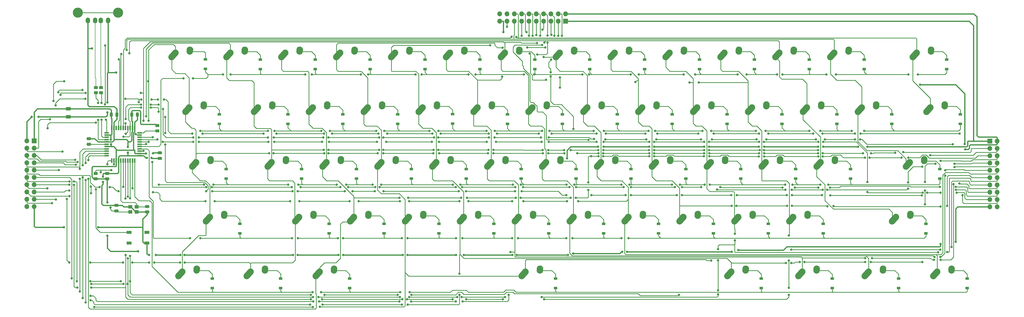
<source format=gtl>
G04 #@! TF.GenerationSoftware,KiCad,Pcbnew,(6.0.9)*
G04 #@! TF.CreationDate,2023-04-02T22:18:35-05:00*
G04 #@! TF.ProjectId,BasePCB,42617365-5043-4422-9e6b-696361645f70,rev?*
G04 #@! TF.SameCoordinates,Original*
G04 #@! TF.FileFunction,Copper,L1,Top*
G04 #@! TF.FilePolarity,Positive*
%FSLAX46Y46*%
G04 Gerber Fmt 4.6, Leading zero omitted, Abs format (unit mm)*
G04 Created by KiCad (PCBNEW (6.0.9)) date 2023-04-02 22:18:35*
%MOMM*%
%LPD*%
G01*
G04 APERTURE LIST*
G04 Aperture macros list*
%AMRoundRect*
0 Rectangle with rounded corners*
0 $1 Rounding radius*
0 $2 $3 $4 $5 $6 $7 $8 $9 X,Y pos of 4 corners*
0 Add a 4 corners polygon primitive as box body*
4,1,4,$2,$3,$4,$5,$6,$7,$8,$9,$2,$3,0*
0 Add four circle primitives for the rounded corners*
1,1,$1+$1,$2,$3*
1,1,$1+$1,$4,$5*
1,1,$1+$1,$6,$7*
1,1,$1+$1,$8,$9*
0 Add four rect primitives between the rounded corners*
20,1,$1+$1,$2,$3,$4,$5,0*
20,1,$1+$1,$4,$5,$6,$7,0*
20,1,$1+$1,$6,$7,$8,$9,0*
20,1,$1+$1,$8,$9,$2,$3,0*%
%AMHorizOval*
0 Thick line with rounded ends*
0 $1 width*
0 $2 $3 position (X,Y) of the first rounded end (center of the circle)*
0 $4 $5 position (X,Y) of the second rounded end (center of the circle)*
0 Add line between two ends*
20,1,$1,$2,$3,$4,$5,0*
0 Add two circle primitives to create the rounded ends*
1,1,$1,$2,$3*
1,1,$1,$4,$5*%
G04 Aperture macros list end*
G04 #@! TA.AperFunction,ComponentPad*
%ADD10HorizOval,2.250000X0.655001X0.730000X-0.655001X-0.730000X0*%
G04 #@! TD*
G04 #@! TA.AperFunction,ComponentPad*
%ADD11C,2.250000*%
G04 #@! TD*
G04 #@! TA.AperFunction,ComponentPad*
%ADD12HorizOval,2.250000X0.020000X0.290000X-0.020000X-0.290000X0*%
G04 #@! TD*
G04 #@! TA.AperFunction,SMDPad,CuDef*
%ADD13RoundRect,0.250000X-0.450000X0.262500X-0.450000X-0.262500X0.450000X-0.262500X0.450000X0.262500X0*%
G04 #@! TD*
G04 #@! TA.AperFunction,SMDPad,CuDef*
%ADD14RoundRect,0.250000X0.250000X0.475000X-0.250000X0.475000X-0.250000X-0.475000X0.250000X-0.475000X0*%
G04 #@! TD*
G04 #@! TA.AperFunction,SMDPad,CuDef*
%ADD15R,1.200000X0.900000*%
G04 #@! TD*
G04 #@! TA.AperFunction,SMDPad,CuDef*
%ADD16RoundRect,0.250000X0.450000X-0.262500X0.450000X0.262500X-0.450000X0.262500X-0.450000X-0.262500X0*%
G04 #@! TD*
G04 #@! TA.AperFunction,SMDPad,CuDef*
%ADD17R,1.800000X1.100000*%
G04 #@! TD*
G04 #@! TA.AperFunction,ComponentPad*
%ADD18R,1.700000X1.700000*%
G04 #@! TD*
G04 #@! TA.AperFunction,ComponentPad*
%ADD19O,1.700000X1.700000*%
G04 #@! TD*
G04 #@! TA.AperFunction,SMDPad,CuDef*
%ADD20R,1.500000X0.550000*%
G04 #@! TD*
G04 #@! TA.AperFunction,SMDPad,CuDef*
%ADD21R,0.550000X1.500000*%
G04 #@! TD*
G04 #@! TA.AperFunction,SMDPad,CuDef*
%ADD22RoundRect,0.250000X0.475000X-0.250000X0.475000X0.250000X-0.475000X0.250000X-0.475000X-0.250000X0*%
G04 #@! TD*
G04 #@! TA.AperFunction,ComponentPad*
%ADD23O,1.500000X2.000000*%
G04 #@! TD*
G04 #@! TA.AperFunction,ComponentPad*
%ADD24C,3.500000*%
G04 #@! TD*
G04 #@! TA.AperFunction,SMDPad,CuDef*
%ADD25R,1.400000X1.200000*%
G04 #@! TD*
G04 #@! TA.AperFunction,SMDPad,CuDef*
%ADD26RoundRect,0.250000X0.625000X-0.375000X0.625000X0.375000X-0.625000X0.375000X-0.625000X-0.375000X0*%
G04 #@! TD*
G04 #@! TA.AperFunction,SMDPad,CuDef*
%ADD27RoundRect,0.250000X-0.250000X-0.475000X0.250000X-0.475000X0.250000X0.475000X-0.250000X0.475000X0*%
G04 #@! TD*
G04 #@! TA.AperFunction,SMDPad,CuDef*
%ADD28RoundRect,0.250000X-0.475000X0.250000X-0.475000X-0.250000X0.475000X-0.250000X0.475000X0.250000X0*%
G04 #@! TD*
G04 #@! TA.AperFunction,ViaPad*
%ADD29C,0.800000*%
G04 #@! TD*
G04 #@! TA.AperFunction,Conductor*
%ADD30C,0.381000*%
G04 #@! TD*
G04 #@! TA.AperFunction,Conductor*
%ADD31C,0.254000*%
G04 #@! TD*
G04 #@! TA.AperFunction,Conductor*
%ADD32C,0.200000*%
G04 #@! TD*
G04 APERTURE END LIST*
D10*
X-68242499Y93757500D03*
D11*
X-67587500Y94487500D03*
X-62547500Y95567500D03*
D12*
X-62567500Y95277500D03*
D10*
X-44429999Y131857500D03*
D11*
X-43775000Y132587500D03*
D12*
X-38755000Y133377500D03*
D11*
X-38735000Y133667500D03*
D13*
X-128524000Y120546500D03*
X-128524000Y118721500D03*
D14*
X-114143750Y111125000D03*
X-116043750Y111125000D03*
D15*
X-19050000Y88837500D03*
X-19050000Y92137500D03*
D16*
X-107156250Y105450000D03*
X-107156250Y107275000D03*
D10*
X12720001Y131857500D03*
D11*
X13375000Y132587500D03*
X18415000Y133667500D03*
D12*
X18395000Y133377500D03*
D15*
X128587500Y107887500D03*
X128587500Y111187500D03*
X-52387500Y126937500D03*
X-52387500Y130237500D03*
D10*
X50820001Y131857500D03*
D11*
X51475000Y132587500D03*
X56515000Y133667500D03*
D12*
X56495000Y133377500D03*
D11*
X-39012500Y75437500D03*
D10*
X-39667499Y74707500D03*
D12*
X-33992500Y76227500D03*
D11*
X-33972500Y76517500D03*
D10*
X91301251Y55657500D03*
D11*
X91956250Y56387500D03*
X96996250Y57467500D03*
D12*
X96976250Y57177500D03*
D17*
X-110819000Y66412500D03*
X-117019000Y70112500D03*
X-110819000Y70112500D03*
X-117019000Y66412500D03*
D15*
X0Y88837500D03*
X0Y92137500D03*
D10*
X-96817499Y112807500D03*
D11*
X-96162500Y113537500D03*
X-91122500Y114617500D03*
D12*
X-91142500Y114327500D03*
D11*
X163393750Y56387500D03*
D10*
X162738751Y55657500D03*
D11*
X168433750Y57467500D03*
D12*
X168413750Y57177500D03*
D15*
X-90487500Y127000000D03*
X-90487500Y130300000D03*
D18*
X181675000Y101912500D03*
D19*
X184215000Y101912500D03*
X181675000Y99372500D03*
X184215000Y99372500D03*
X181675000Y96832500D03*
X184215000Y96832500D03*
X181675000Y94292500D03*
X184215000Y94292500D03*
X181675000Y91752500D03*
X184215000Y91752500D03*
X181675000Y89212500D03*
X184215000Y89212500D03*
X181675000Y86672500D03*
X184215000Y86672500D03*
X181675000Y84132500D03*
X184215000Y84132500D03*
X181675000Y81592500D03*
X184215000Y81592500D03*
X181675000Y79052500D03*
X184215000Y79052500D03*
D20*
X-124762500Y104806250D03*
X-124762500Y104006250D03*
X-124762500Y103206250D03*
X-124762500Y102406250D03*
X-124762500Y101606250D03*
X-124762500Y100806250D03*
X-124762500Y100006250D03*
X-124762500Y99206250D03*
X-124762500Y98406250D03*
X-124762500Y97606250D03*
X-124762500Y96806250D03*
D21*
X-123062500Y95106250D03*
X-122262500Y95106250D03*
X-121462500Y95106250D03*
X-120662500Y95106250D03*
X-119862500Y95106250D03*
X-119062500Y95106250D03*
X-118262500Y95106250D03*
X-117462500Y95106250D03*
X-116662500Y95106250D03*
X-115862500Y95106250D03*
X-115062500Y95106250D03*
D20*
X-113362500Y96806250D03*
X-113362500Y97606250D03*
X-113362500Y98406250D03*
X-113362500Y99206250D03*
X-113362500Y100006250D03*
X-113362500Y100806250D03*
X-113362500Y101606250D03*
X-113362500Y102406250D03*
X-113362500Y103206250D03*
X-113362500Y104006250D03*
X-113362500Y104806250D03*
D21*
X-115062500Y106506250D03*
X-115862500Y106506250D03*
X-116662500Y106506250D03*
X-117462500Y106506250D03*
X-118262500Y106506250D03*
X-119062500Y106506250D03*
X-119862500Y106506250D03*
X-120662500Y106506250D03*
X-121462500Y106506250D03*
X-122262500Y106506250D03*
X-123062500Y106506250D03*
D11*
X-58062500Y75437500D03*
D10*
X-58717499Y74707500D03*
D12*
X-53042500Y76227500D03*
D11*
X-53022500Y76517500D03*
D10*
X153213751Y93757500D03*
D11*
X153868750Y94487500D03*
X158908750Y95567500D03*
D12*
X158888750Y95277500D03*
D15*
X-78581250Y69787500D03*
X-78581250Y73087500D03*
X38100000Y88837500D03*
X38100000Y92137500D03*
D11*
X137200000Y113537500D03*
D10*
X136545001Y112807500D03*
D12*
X142220000Y114327500D03*
D11*
X142240000Y114617500D03*
D15*
X47625000Y69787500D03*
X47625000Y73087500D03*
X114300000Y88837500D03*
X114300000Y92137500D03*
D10*
X107970001Y131857500D03*
D11*
X108625000Y132587500D03*
X113665000Y133667500D03*
D12*
X113645000Y133377500D03*
D15*
X173831250Y50737500D03*
X173831250Y54037500D03*
D22*
X-110744000Y77216000D03*
X-110744000Y79116000D03*
D15*
X-61912500Y107887500D03*
X-61912500Y111187500D03*
X4762500Y126937500D03*
X4762500Y130237500D03*
D11*
X-100925000Y132587500D03*
D10*
X-101579999Y131857500D03*
D12*
X-95905000Y133377500D03*
D11*
X-95885000Y133667500D03*
D15*
X30956250Y50737500D03*
X30956250Y54037500D03*
D11*
X41950000Y113537500D03*
D10*
X41295001Y112807500D03*
D12*
X46970000Y114327500D03*
D11*
X46990000Y114617500D03*
X118150000Y113537500D03*
D10*
X117495001Y112807500D03*
D12*
X123170000Y114327500D03*
D11*
X123190000Y114617500D03*
D15*
X-9525000Y69787500D03*
X-9525000Y73087500D03*
D22*
X-124618750Y88743750D03*
X-124618750Y90643750D03*
D15*
X100012500Y126937500D03*
X100012500Y130237500D03*
X-33337500Y126937500D03*
X-33337500Y130237500D03*
D11*
X-48537500Y94487500D03*
D10*
X-49192499Y93757500D03*
D12*
X-43517500Y95277500D03*
D11*
X-43497500Y95567500D03*
D10*
X84157501Y93757500D03*
D11*
X84812500Y94487500D03*
X89852500Y95567500D03*
D12*
X89832500Y95277500D03*
D11*
X156250000Y132587500D03*
D10*
X155595001Y131857500D03*
D12*
X161270000Y133377500D03*
D11*
X161290000Y133667500D03*
X139581250Y56387500D03*
D10*
X138926251Y55657500D03*
D11*
X144621250Y57467500D03*
D12*
X144601250Y57177500D03*
D11*
X-29487500Y94487500D03*
D10*
X-30142499Y93757500D03*
D11*
X-24447500Y95567500D03*
D12*
X-24467500Y95277500D03*
D23*
X-124293750Y143908750D03*
X-126793750Y143908750D03*
X-128793750Y143908750D03*
X-131293750Y143908750D03*
D24*
X-134793750Y146618750D03*
X-120793750Y146618750D03*
D15*
X-64452500Y50737500D03*
X-64452500Y54037500D03*
X-23812500Y107887500D03*
X-23812500Y111187500D03*
D11*
X127675000Y132587500D03*
D10*
X127020001Y131857500D03*
D11*
X132715000Y133667500D03*
D12*
X132695000Y133377500D03*
D11*
X103862500Y94487500D03*
D10*
X103207501Y93757500D03*
D12*
X108882500Y95277500D03*
D11*
X108902500Y95567500D03*
D18*
X-149950000Y101937500D03*
D19*
X-152490000Y101937500D03*
X-149950000Y99397500D03*
X-152490000Y99397500D03*
X-149950000Y96857500D03*
X-152490000Y96857500D03*
X-149950000Y94317500D03*
X-152490000Y94317500D03*
X-149950000Y91777500D03*
X-152490000Y91777500D03*
X-149950000Y89237500D03*
X-152490000Y89237500D03*
X-149950000Y86697500D03*
X-152490000Y86697500D03*
X-149950000Y84157500D03*
X-152490000Y84157500D03*
X-149950000Y81617500D03*
X-152490000Y81617500D03*
X-149950000Y79077500D03*
X-152490000Y79077500D03*
D11*
X-50918750Y56387500D03*
D10*
X-51573749Y55657500D03*
D12*
X-45898750Y57177500D03*
D11*
X-45878750Y57467500D03*
D15*
X127000000Y50737500D03*
X127000000Y54037500D03*
X23812500Y126937500D03*
X23812500Y130237500D03*
D25*
X-116567500Y77297500D03*
X-114367500Y77297500D03*
X-114367500Y78997500D03*
X-116567500Y78997500D03*
D15*
X80962500Y126937500D03*
X80962500Y130237500D03*
X138112500Y126937500D03*
X138112500Y130237500D03*
D10*
X79395001Y112807500D03*
D11*
X80050000Y113537500D03*
X85090000Y114617500D03*
D12*
X85070000Y114327500D03*
D15*
X-71437500Y126937500D03*
X-71437500Y130237500D03*
X-38100000Y88837500D03*
X-38100000Y92137500D03*
X14287500Y107887500D03*
X14287500Y111187500D03*
X102393750Y50737500D03*
X102393750Y54037500D03*
D11*
X56237500Y75437500D03*
D10*
X55582501Y74707500D03*
D11*
X61277500Y76517500D03*
D12*
X61257500Y76227500D03*
D18*
X34448750Y143668750D03*
D19*
X34448750Y146208750D03*
X31908750Y143668750D03*
X31908750Y146208750D03*
X29368750Y143668750D03*
X29368750Y146208750D03*
X26828750Y143668750D03*
X26828750Y146208750D03*
X24288750Y143668750D03*
X24288750Y146208750D03*
X21748750Y143668750D03*
X21748750Y146208750D03*
X19208750Y143668750D03*
X19208750Y146208750D03*
X16668750Y143668750D03*
X16668750Y146208750D03*
X14128750Y143668750D03*
X14128750Y146208750D03*
X11588750Y143668750D03*
X11588750Y146208750D03*
D11*
X27662500Y94487500D03*
D10*
X27007501Y93757500D03*
D11*
X32702500Y95567500D03*
D12*
X32682500Y95277500D03*
D15*
X-14287500Y126937500D03*
X-14287500Y130237500D03*
X66675000Y69787500D03*
X66675000Y73087500D03*
X90487500Y107887500D03*
X90487500Y111187500D03*
X42862500Y126937500D03*
X42862500Y130237500D03*
X164306250Y88837500D03*
X164306250Y92137500D03*
D22*
X-121443750Y77631250D03*
X-121443750Y79531250D03*
D15*
X71437500Y107887500D03*
X71437500Y111187500D03*
X150018750Y50737500D03*
X150018750Y54037500D03*
D10*
X-1567499Y74707500D03*
D11*
X-912500Y75437500D03*
D12*
X4107500Y76227500D03*
D11*
X4127500Y76517500D03*
D15*
X159543750Y69787500D03*
X159543750Y73087500D03*
D10*
X148451251Y74707500D03*
D11*
X149106250Y75437500D03*
X154146250Y76517500D03*
D12*
X154126250Y76227500D03*
D15*
X52387500Y107887500D03*
X52387500Y111187500D03*
D11*
X32425000Y132587500D03*
D10*
X31770001Y131857500D03*
D12*
X37445000Y133377500D03*
D11*
X37465000Y133667500D03*
D26*
X-138112500Y110331250D03*
X-138112500Y113131250D03*
D11*
X20518750Y56387500D03*
D10*
X19863751Y55657500D03*
D12*
X25538750Y57177500D03*
D11*
X25558750Y57467500D03*
X89575000Y132587500D03*
D10*
X88920001Y131857500D03*
D12*
X94595000Y133377500D03*
D11*
X94615000Y133667500D03*
D15*
X76200000Y88837500D03*
X76200000Y92137500D03*
X-88106250Y50737500D03*
X-88106250Y54037500D03*
D11*
X-93781250Y94487500D03*
D10*
X-94436249Y93757500D03*
D11*
X-88741250Y95567500D03*
D12*
X-88761250Y95277500D03*
D15*
X-47625000Y69787500D03*
X-47625000Y73087500D03*
X28575000Y69787500D03*
X28575000Y73087500D03*
D10*
X7957501Y93757500D03*
D11*
X8612500Y94487500D03*
D12*
X13632500Y95277500D03*
D11*
X13652500Y95567500D03*
X3850000Y113537500D03*
D10*
X3195001Y112807500D03*
D11*
X8890000Y114617500D03*
D12*
X8870000Y114327500D03*
D11*
X-19962500Y75437500D03*
D10*
X-20617499Y74707500D03*
D11*
X-14922500Y76517500D03*
D12*
X-14942500Y76227500D03*
D10*
X-99198749Y55657500D03*
D11*
X-98543750Y56387500D03*
X-93503750Y57467500D03*
D12*
X-93523750Y57177500D03*
D15*
X61912500Y126937500D03*
X61912500Y130237500D03*
X57150000Y88837500D03*
X57150000Y92137500D03*
D11*
X18137500Y75437500D03*
D10*
X17482501Y74707500D03*
D12*
X23157500Y76227500D03*
D11*
X23177500Y76517500D03*
D10*
X-34904999Y112807500D03*
D11*
X-34250000Y113537500D03*
X-29210000Y114617500D03*
D12*
X-29230000Y114327500D03*
D11*
X-15200000Y113537500D03*
D10*
X-15854999Y112807500D03*
D12*
X-10180000Y114327500D03*
D11*
X-10160000Y114617500D03*
D10*
X-25379999Y131857500D03*
D11*
X-24725000Y132587500D03*
X-19685000Y133667500D03*
D12*
X-19705000Y133377500D03*
D15*
X109537500Y107887500D03*
X109537500Y111187500D03*
D10*
X36532501Y74707500D03*
D11*
X37187500Y75437500D03*
D12*
X42207500Y76227500D03*
D11*
X42227500Y76517500D03*
D15*
X-85725000Y107887500D03*
X-85725000Y111187500D03*
D10*
X-63479999Y131857500D03*
D11*
X-62825000Y132587500D03*
X-57785000Y133667500D03*
D12*
X-57805000Y133377500D03*
D27*
X-123187500Y111125000D03*
X-121287500Y111125000D03*
D10*
X22245001Y112807500D03*
D11*
X22900000Y113537500D03*
D12*
X27920000Y114327500D03*
D11*
X27940000Y114617500D03*
D15*
X-40481250Y50737500D03*
X-40481250Y54037500D03*
D10*
X93682501Y74707500D03*
D11*
X94337500Y75437500D03*
D12*
X99357500Y76227500D03*
D11*
X99377500Y76517500D03*
D15*
X85725000Y69787500D03*
X85725000Y73087500D03*
D10*
X65107501Y93757500D03*
D11*
X65762500Y94487500D03*
X70802500Y95567500D03*
D12*
X70782500Y95277500D03*
D15*
X147637500Y107887500D03*
X147637500Y111187500D03*
D11*
X-5675000Y132587500D03*
D10*
X-6329999Y131857500D03*
D11*
X-635000Y133667500D03*
D12*
X-655000Y133377500D03*
D11*
X-74890000Y56387500D03*
D10*
X-75544999Y55657500D03*
D12*
X-69870000Y57177500D03*
D11*
X-69850000Y57467500D03*
D10*
X74632501Y74707500D03*
D11*
X75287500Y75437500D03*
D12*
X80307500Y76227500D03*
D11*
X80327500Y76517500D03*
D15*
X-83343750Y88837500D03*
X-83343750Y92137500D03*
X166687500Y126937500D03*
X166687500Y130237500D03*
X9525000Y69787500D03*
X9525000Y73087500D03*
D11*
X70525000Y132587500D03*
D10*
X69870001Y131857500D03*
D11*
X75565000Y133667500D03*
D12*
X75545000Y133377500D03*
D10*
X-89673749Y74707500D03*
D11*
X-89018750Y75437500D03*
D12*
X-83998750Y76227500D03*
D11*
X-83978750Y76517500D03*
D10*
X-73004999Y112807500D03*
D11*
X-72350000Y113537500D03*
X-67310000Y114617500D03*
D12*
X-67330000Y114327500D03*
D15*
X-57150000Y88837500D03*
X-57150000Y92137500D03*
D22*
X-130975000Y100825000D03*
X-130975000Y102725000D03*
D15*
X33337500Y107887500D03*
X33337500Y111187500D03*
D11*
X-10437500Y94487500D03*
D10*
X-11092499Y93757500D03*
D12*
X-5417500Y95277500D03*
D11*
X-5397500Y95567500D03*
D10*
X112732501Y74707500D03*
D11*
X113387500Y75437500D03*
X118427500Y76517500D03*
D12*
X118407500Y76227500D03*
D10*
X-53954999Y112807500D03*
D11*
X-53300000Y113537500D03*
D12*
X-48280000Y114327500D03*
D11*
X-48260000Y114617500D03*
D15*
X119062500Y126937500D03*
X119062500Y130237500D03*
D10*
X98445001Y112807500D03*
D11*
X99100000Y113537500D03*
D12*
X104120000Y114327500D03*
D11*
X104140000Y114617500D03*
D10*
X115907501Y55657500D03*
D11*
X116562500Y56387500D03*
D12*
X121582500Y57177500D03*
D11*
X121602500Y57467500D03*
D15*
X104775000Y69787500D03*
X104775000Y73087500D03*
D11*
X46712500Y94487500D03*
D10*
X46057501Y93757500D03*
D11*
X51752500Y95567500D03*
D12*
X51732500Y95277500D03*
D15*
X-42862500Y107887500D03*
X-42862500Y111187500D03*
D10*
X122257501Y93757500D03*
D11*
X122912500Y94487500D03*
X127952500Y95567500D03*
D12*
X127932500Y95277500D03*
D15*
X171450000Y107887500D03*
X171450000Y111187500D03*
D16*
X-128587500Y88781250D03*
X-128587500Y90606250D03*
D13*
X-126746000Y120546500D03*
X-126746000Y118721500D03*
D10*
X-82529999Y131857500D03*
D11*
X-81875000Y132587500D03*
D12*
X-76855000Y133377500D03*
D11*
X-76835000Y133667500D03*
D15*
X133350000Y88837500D03*
X133350000Y92137500D03*
D10*
X60345001Y112807500D03*
D11*
X61000000Y113537500D03*
X66040000Y114617500D03*
D12*
X66020000Y114327500D03*
D15*
X-28575000Y69787500D03*
X-28575000Y73087500D03*
D28*
X-106362500Y97787500D03*
X-106362500Y95887500D03*
D15*
X19050000Y88837500D03*
X19050000Y92137500D03*
X123825000Y69787500D03*
X123825000Y73087500D03*
X-4762500Y107950000D03*
X-4762500Y111250000D03*
D10*
X160357501Y112807500D03*
D11*
X161012500Y113537500D03*
D12*
X166032500Y114327500D03*
D11*
X166052500Y114617500D03*
D15*
X95250000Y88837500D03*
X95250000Y92137500D03*
D29*
X-123317000Y100816250D03*
X47625000Y99949000D03*
X-123323750Y102396250D03*
X45720000Y99949000D03*
X34925000Y95885000D03*
X-124587000Y68961000D03*
X139192000Y99949000D03*
X-113919000Y63500000D03*
X103378000Y99949000D03*
X122047000Y99949000D03*
X123825000Y99949000D03*
X-111150000Y97606250D03*
X65179000Y99949000D03*
X-108743750Y97631250D03*
X82550000Y99949000D03*
X63500000Y99949000D03*
X136007760Y99939760D03*
X101473000Y99949000D03*
X-124587000Y80518000D03*
X84229000Y99949000D03*
X-139650000Y71900000D03*
X-97790000Y62230000D03*
X-107696000Y62230000D03*
X-129921000Y134112000D03*
X92075000Y63373000D03*
X164592000Y66040000D03*
X-110109000Y62230000D03*
X-126111000Y89571250D03*
X-21999000Y62232258D03*
X-127758036Y71889464D03*
X-3556000Y62230000D03*
X16002000Y62230000D03*
X35306000Y62299250D03*
X-42672000Y62230000D03*
X-60099000Y62230000D03*
X17554000Y62299250D03*
X94361000Y63933750D03*
X-44382750Y62230000D03*
X-117475000Y97917000D03*
X-20449258Y62232258D03*
X-126111000Y87630000D03*
X-110835500Y96012000D03*
X-99270250Y62230000D03*
X169820000Y66802000D03*
X54102000Y63373000D03*
X-883286Y62235714D03*
X-58547000Y62230000D03*
X-109220000Y96012000D03*
X37057964Y62753250D03*
X-117475000Y99822000D03*
X12850000Y139862500D03*
X55753000Y63373000D03*
X-123444000Y78740000D03*
X-119062500Y86014500D03*
X-94869000Y123698000D03*
X23538334Y125111666D03*
X-81788000Y125095000D03*
X156718000Y125095000D03*
X19939000Y125095000D03*
X128270000Y125095000D03*
X40275666Y125111666D03*
X59817000Y125095000D03*
X57023000Y125095000D03*
X109728000Y125095000D03*
X124968000Y125095000D03*
X-15494000Y125095000D03*
X75438000Y125095000D03*
X762000Y125095000D03*
X-36576000Y125095000D03*
X-34036000Y125095000D03*
X97282000Y125095000D03*
X107823000Y125095000D03*
X3175000Y125095000D03*
X79375000Y125095000D03*
X-53594000Y125095000D03*
X-17653000Y125095000D03*
X-98171000Y123698000D03*
X94107000Y125095000D03*
X-84455000Y125095000D03*
X42572738Y125111666D03*
X-55880000Y125095000D03*
X153416000Y125095000D03*
X138049000Y105410000D03*
X-31242000Y105410000D03*
X100457000Y105410000D03*
X26289000Y105410000D03*
X-47371000Y105410000D03*
X-68834000Y105410000D03*
X122809000Y105410000D03*
X6985000Y105410000D03*
X63246000Y105410000D03*
X-50292000Y105410000D03*
X84963000Y105410000D03*
X28829000Y105410000D03*
X118999000Y105410000D03*
X81915000Y105410000D03*
X-9652000Y105410000D03*
X65532000Y105410000D03*
X-66548000Y105410000D03*
X-107188000Y102489000D03*
X103886000Y105410000D03*
X133731000Y105410000D03*
X47752000Y105410000D03*
X-12827000Y105410000D03*
X9906000Y105410000D03*
X-28448000Y105410000D03*
X44196000Y105410000D03*
X-92329000Y105410000D03*
X-124587000Y115316000D03*
X-124587000Y111887000D03*
X172974000Y100838000D03*
X-121539000Y125730000D03*
X-148431250Y110331250D03*
X-150812500Y110331250D03*
X157480000Y121539000D03*
X173155500Y98987500D03*
X65179000Y97663000D03*
X-68453000Y97663000D03*
X-28761000Y97663000D03*
X26543000Y97663000D03*
X103378000Y97663000D03*
X82550000Y97663000D03*
X151638000Y98044000D03*
X9398000Y97663000D03*
X-30734000Y97663000D03*
X-143256000Y115887500D03*
X-144462500Y109537500D03*
X137668000Y97663000D03*
X-110236000Y108966000D03*
X-110398500Y122682000D03*
X28448000Y97663000D03*
X148844000Y97825500D03*
X-139573000Y122682000D03*
X-9398000Y97663000D03*
X84328000Y97663000D03*
X38562000Y97663000D03*
X-66861000Y97663000D03*
X29500000Y130275000D03*
X7493000Y97663000D03*
X101600000Y97663000D03*
X37175000Y106136500D03*
X140493750Y97631250D03*
X47498000Y97663000D03*
X-49276000Y97663000D03*
X-110250000Y101679750D03*
X-11430000Y97663000D03*
X29301500Y125850000D03*
X122047000Y97663000D03*
X31900000Y138521500D03*
X45847000Y97663000D03*
X29325000Y124385166D03*
X-47811000Y97663000D03*
X34036000Y97663000D03*
X123698000Y97663000D03*
X63500000Y97663000D03*
X103279000Y98775000D03*
X-47800000Y98825000D03*
X32525000Y120500000D03*
X26525000Y98800000D03*
X101825000Y98775000D03*
X-9711000Y98825000D03*
X-99325000Y59625000D03*
X-140116500Y98225000D03*
X36250000Y98775000D03*
X28425000Y98775000D03*
X-28761000Y98825000D03*
X-30225000Y98825000D03*
X65179000Y98775000D03*
X33225000Y138521500D03*
X-119100000Y59625000D03*
X122100000Y98775000D03*
X-49475000Y98825000D03*
X-97725000Y59625000D03*
X63450000Y98775000D03*
X84250000Y98775000D03*
X-111125000Y100838000D03*
X-138625000Y81775000D03*
X-130464500Y59625000D03*
X-11375000Y98825000D03*
X161025000Y97000000D03*
X45800000Y98775000D03*
X-108300000Y59625000D03*
X-110100000Y59625000D03*
X47550000Y98775000D03*
X-111125000Y110490000D03*
X33911473Y98782702D03*
X7725000Y98825000D03*
X82525000Y98775000D03*
X9425000Y98825000D03*
X-137750000Y59625000D03*
X32525000Y124050000D03*
X-115875000Y59625000D03*
X-126619000Y109347000D03*
X-126619000Y115189000D03*
X-127762000Y109220000D03*
X-127762000Y115189000D03*
X-126873000Y91059000D03*
X-128524000Y85090000D03*
X-122252500Y93881000D03*
X-123190000Y91821000D03*
X-47811000Y103124000D03*
X81407000Y102489000D03*
X168783000Y100777500D03*
X-145275000Y106375000D03*
X-118237000Y109601000D03*
X85217000Y102489000D03*
X7874000Y103124000D03*
X134874000Y102489000D03*
X-128488500Y108331000D03*
X-106771500Y114554000D03*
X104140000Y102489000D03*
X-68834000Y103124000D03*
X9779000Y103124000D03*
X-94742000Y103124000D03*
X-145375000Y85475000D03*
X100711000Y102489000D03*
X-109509500Y114554000D03*
X-105283000Y113030000D03*
X65913000Y102489000D03*
X-9711000Y103124000D03*
X44323000Y102616000D03*
X136652000Y102489000D03*
X-92837000Y103124000D03*
X25908000Y103124000D03*
X28575000Y103124000D03*
X121285000Y102489000D03*
X62484000Y102489000D03*
X-118262500Y108102500D03*
X-112903000Y114554000D03*
X-49657000Y103124000D03*
X171069000Y87122000D03*
X-11176000Y103124000D03*
X-28761000Y103124000D03*
X-30226000Y103124000D03*
X-66802000Y103124000D03*
X124460000Y102489000D03*
X48260000Y102489000D03*
X-106680000Y86741000D03*
X37465000Y86741000D03*
X16129000Y86741000D03*
X110617000Y86741000D03*
X-44958000Y86741000D03*
X71374000Y86741000D03*
X18923000Y86741000D03*
X122809000Y86741000D03*
X34798000Y86741000D03*
X-87757000Y86741000D03*
X84455000Y86741000D03*
X56642000Y86741000D03*
X-61849000Y86741000D03*
X113157000Y86741000D03*
X125603000Y86741000D03*
X-2032000Y86741000D03*
X-32512000Y86741000D03*
X-58293000Y86741000D03*
X-4699000Y86741000D03*
X74168000Y86741000D03*
X53848000Y86741000D03*
X82677000Y86741000D03*
X-124587000Y93881000D03*
X-29591000Y86741000D03*
X-91059000Y86741000D03*
X-41656000Y86741000D03*
X-3556000Y68072000D03*
X-95885000Y68072000D03*
X-92329000Y68072000D03*
X15875000Y68072000D03*
X-22352000Y68072000D03*
X34671000Y68072000D03*
X-20447000Y68072000D03*
X-44577000Y68072000D03*
X-60452000Y68072000D03*
X53848000Y68072000D03*
X-42799000Y68072000D03*
X-1397000Y68072000D03*
X-58420000Y68072000D03*
X17907000Y68072000D03*
X56261000Y68072000D03*
X36830000Y68072000D03*
X-22987000Y49276000D03*
X-50419000Y49276000D03*
X-53340000Y49276000D03*
X-19685000Y49276000D03*
X114046000Y85725000D03*
X19685000Y85852000D03*
X-57531000Y85852000D03*
X126238000Y85725000D03*
X169820000Y85979000D03*
X-108966000Y94615000D03*
X-88292250Y85852000D03*
X35814000Y85852000D03*
X109728000Y85725000D03*
X-31623000Y85852000D03*
X-1480822Y85852000D03*
X122174000Y85725000D03*
X-118237000Y104394000D03*
X-41021000Y85852000D03*
X-137725000Y84675000D03*
X-30071000Y85852000D03*
X-3683000Y85852000D03*
X164338000Y85979000D03*
X72390000Y85852000D03*
X-43688000Y85852000D03*
X57150000Y85852000D03*
X88138000Y85852000D03*
X17018000Y85852000D03*
X54610000Y85852000D03*
X-90297000Y85852000D03*
X74803000Y85852000D03*
X-60579000Y85852000D03*
X81534000Y85852000D03*
X38100000Y85852000D03*
X73025000Y83058000D03*
X-2667000Y84455000D03*
X-31750000Y84455000D03*
X-137700000Y82800000D03*
X-42164000Y84455000D03*
X-106771500Y112141000D03*
X43434000Y83058000D03*
X-104521000Y100711000D03*
X169938338Y84986528D03*
X55245000Y83058000D03*
X-104521000Y110236000D03*
X-28702000Y84455000D03*
X-109474000Y113538000D03*
X123444000Y83058000D03*
X111252000Y83058000D03*
X74803000Y83058000D03*
X-58547000Y84455000D03*
X19177000Y84455000D03*
X-127000Y84455000D03*
X-88138000Y84455000D03*
X-112903000Y113538000D03*
X-90297000Y84455000D03*
X-60325000Y84455000D03*
X34671000Y83058000D03*
X-104521000Y104683500D03*
X93853000Y83058000D03*
X-39497000Y84455000D03*
X16891000Y84455000D03*
X-118963500Y103378000D03*
X158095012Y82996620D03*
X-130200000Y83775000D03*
X91948000Y83058000D03*
X113030000Y83058000D03*
X-130326500Y86073286D03*
X126303620Y82996620D03*
X57150000Y83058000D03*
X63500000Y101600000D03*
X158404500Y83947000D03*
X159893000Y83947000D03*
X-105318500Y101600000D03*
X122186000Y101600000D03*
X7143750Y101600000D03*
X-92837000Y101600000D03*
X65179000Y101600000D03*
X-141605000Y118872000D03*
X47625000Y101600000D03*
X28575000Y101600000D03*
X103279000Y101600000D03*
X10318750Y101600000D03*
X-30956250Y101600000D03*
X-108839000Y103251000D03*
X-94742000Y101600000D03*
X-142400000Y81600000D03*
X45243750Y101600000D03*
X-68707000Y101600000D03*
X-11906250Y101600000D03*
X101600000Y101600000D03*
X84229000Y101600000D03*
X-9525000Y101600000D03*
X-66675000Y101600000D03*
X-27781250Y101600000D03*
X-50006250Y101600000D03*
X139192000Y87630000D03*
X82550000Y101600000D03*
X123825000Y101600000D03*
X164627500Y83947000D03*
X-133223000Y119634000D03*
X170180000Y83947000D03*
X139192000Y84201000D03*
X-47625000Y101600000D03*
X26193750Y101600000D03*
X27075000Y136150000D03*
X-116967000Y132461000D03*
X20950000Y139825000D03*
X-120589000Y130302000D03*
X111351000Y79375000D03*
X-136906000Y54102000D03*
X73818750Y48418750D03*
X21750000Y138525000D03*
X164592000Y79121000D03*
X-23812500Y48418750D03*
X-116681250Y53117750D03*
X-116681250Y61912500D03*
X-53975000Y48418750D03*
X-49212500Y48418750D03*
X-119888000Y53086000D03*
X-19050000Y48418750D03*
X127386714Y79253714D03*
X166878000Y79375000D03*
X113030000Y79375000D03*
X125343286Y79242286D03*
X-130464500Y53153658D03*
X93754000Y79375000D03*
X-116642572Y81994658D03*
X58674000Y122428000D03*
X92075000Y79375000D03*
X-23018750Y47625000D03*
X13493750Y47625000D03*
X-19843750Y47625000D03*
X87376000Y64262000D03*
X93218000Y69596000D03*
X23000000Y138575000D03*
X87376000Y50002500D03*
X-1587500Y47625000D03*
X-136179500Y87875000D03*
X-130175000Y52197000D03*
X-117472083Y82552257D03*
X26193750Y47625000D03*
X-51343500Y47625000D03*
X-53181250Y47625000D03*
X166878000Y63246000D03*
X87376000Y60392250D03*
X-135128000Y53086000D03*
X163703000Y63207250D03*
X87376000Y48514000D03*
X-117510500Y52197000D03*
X-117472083Y61087000D03*
X-137632500Y87875000D03*
X-118999000Y52197000D03*
X93218000Y67310000D03*
X-3175000Y47625000D03*
X77470000Y122329000D03*
X-137725000Y86700000D03*
X21975000Y132350000D03*
X0Y46831250D03*
X-50006250Y46831250D03*
X-136179500Y86650000D03*
X112776000Y64135000D03*
X80645000Y122329000D03*
X-22225000Y46831250D03*
X-118237000Y62230000D03*
X-135001000Y50927000D03*
X-130175000Y50927000D03*
X111918750Y48418750D03*
X-118262500Y81940500D03*
X19208750Y138566250D03*
X12700000Y46831250D03*
X27650000Y123237000D03*
X-53975000Y46831250D03*
X111918750Y69056250D03*
X26987500Y46831250D03*
X111918750Y50800000D03*
X-20546000Y46831250D03*
X164465000Y64135000D03*
X111918750Y60325000D03*
X168366500Y65024000D03*
X-4762500Y46831250D03*
X151003000Y96139000D03*
X45847000Y96647000D03*
X84328000Y96647000D03*
X-20193000Y82169000D03*
X65179000Y96647000D03*
X43307000Y96647000D03*
X42291000Y87503000D03*
X63500000Y96647000D03*
X-135750000Y95400000D03*
X-131191000Y95309000D03*
X254000Y82169000D03*
X17145000Y82169000D03*
X138303000Y96139000D03*
X101473000Y96520000D03*
X-1778000Y82169000D03*
X-131176671Y88747786D03*
X37973000Y82169000D03*
X47498000Y96647000D03*
X42418000Y102326500D03*
X122174000Y96520000D03*
X26326500Y135375000D03*
X18864000Y82169000D03*
X139954000Y96139000D03*
X29580493Y138876478D03*
X123698000Y96520000D03*
X36195000Y82169000D03*
X-23241000Y82169000D03*
X42291000Y84836000D03*
X82423000Y96647000D03*
X153412810Y96150636D03*
X103378000Y96520000D03*
X153289000Y85344000D03*
X-132080000Y45720000D03*
X158242000Y92964000D03*
X153289000Y87467500D03*
X-129159000Y44160500D03*
X-132080000Y94295000D03*
X12573000Y134366000D03*
X21200000Y134450000D03*
X125222000Y84963000D03*
X-50800000Y44196000D03*
X112903000Y84963000D03*
X-132080000Y88320000D03*
X84963000Y60325000D03*
X110744000Y84963000D03*
X27448500Y134475000D03*
X123701750Y84963000D03*
X30550000Y138521500D03*
X164592000Y94996000D03*
X-53248500Y44160500D03*
X-134838500Y94600000D03*
X86995000Y85054500D03*
X-130429000Y46482000D03*
X159131000Y79847500D03*
X-49911000Y44958000D03*
X-54229000Y44958000D03*
X8255000Y135252500D03*
X159131000Y87630000D03*
X110871000Y59436000D03*
X112776000Y59436000D03*
X140335000Y59817000D03*
X162814000Y93980000D03*
X117348000Y59817000D03*
X169418000Y93980000D03*
X-133096000Y93500000D03*
X159131000Y84709000D03*
X115697000Y59817000D03*
X-133096000Y47244000D03*
X158242000Y59817000D03*
X-20320000Y44958000D03*
X-22352000Y44958000D03*
X-2407161Y48351500D03*
X-133096000Y89268750D03*
X-2413000Y55753000D03*
X-135444000Y93681000D03*
X26450000Y140650000D03*
X138430000Y59817000D03*
X-23241000Y46101000D03*
X169093000Y86868000D03*
X164592000Y60579000D03*
X162306000Y60579000D03*
X14732000Y48351500D03*
X-134112000Y49530000D03*
X169418000Y92837000D03*
X28200000Y138675000D03*
X140837286Y61208286D03*
X-130429000Y48006000D03*
X-53086000Y46101000D03*
X138424286Y61208286D03*
X-134112000Y92263000D03*
X24600000Y132025000D03*
X12446000Y124368500D03*
X15303500Y63309500D03*
X-1270000Y46101000D03*
X-3683000Y46101000D03*
X-134112000Y88762000D03*
X-51054000Y46101000D03*
X28175000Y136160500D03*
X-19177000Y46101000D03*
X166229238Y91710692D03*
X-112014000Y98479750D03*
X164465000Y61595000D03*
X166167464Y89829036D03*
X-112014000Y108966000D03*
X-112938500Y118618000D03*
X-132083750Y118618000D03*
X24563714Y136038714D03*
X24300000Y138800000D03*
X162433000Y61595000D03*
X-141390000Y91790000D03*
X-140843000Y117983000D03*
X-127281500Y85852000D03*
X-2381250Y80962500D03*
X26826500Y131150000D03*
X-90487500Y80962500D03*
X-123698000Y85852000D03*
X-57943750Y80962500D03*
X-40481250Y80962500D03*
X-37306250Y80962500D03*
X-115862500Y85509500D03*
X34925000Y80962500D03*
X-23018750Y80962500D03*
X19843750Y80962500D03*
X15875000Y80962500D03*
X25625000Y138521500D03*
X-61118750Y80962500D03*
X-120650000Y84490500D03*
X38893750Y80962500D03*
X-19843750Y80962500D03*
X-108743750Y84137500D03*
X793750Y80962500D03*
X-87312500Y80962500D03*
X-119761000Y132207000D03*
X-117856000Y133604000D03*
X15725000Y138200000D03*
X17325000Y138125000D03*
X136779000Y104521000D03*
X-27432000Y104521000D03*
X-143775000Y80325000D03*
X25146000Y104521000D03*
X-46609000Y104521000D03*
X66294000Y104521000D03*
X-109220000Y116332000D03*
X104775000Y104521000D03*
X80518000Y104521000D03*
X45212000Y104521000D03*
X-11811000Y104521000D03*
X-30480000Y104521000D03*
X48387000Y104521000D03*
X-65913000Y104521000D03*
X-49403000Y104521000D03*
X7747000Y104521000D03*
X-70358000Y104521000D03*
X134874000Y104521000D03*
X172212000Y83058000D03*
X-113665000Y115443000D03*
X-91567000Y104521000D03*
X10668000Y104521000D03*
X-142494000Y114300000D03*
X-118272500Y116586000D03*
X-104902000Y116332000D03*
X29591000Y104521000D03*
X101600000Y104521000D03*
X62103000Y104521000D03*
X-107061000Y116332000D03*
X-114695258Y104390558D03*
X-132207000Y116586000D03*
X-8890000Y104521000D03*
X-112740500Y116332000D03*
X120396000Y104521000D03*
X85852000Y104521000D03*
X123571000Y104521000D03*
X-95123000Y104521000D03*
X171196000Y104521000D03*
X-125095000Y109311500D03*
X14128750Y141728750D03*
X-125349000Y135184500D03*
X-125381074Y114709000D03*
D30*
X-129921000Y89408000D02*
X-129294250Y88781250D01*
X-129921000Y92710000D02*
X-129921000Y89408000D01*
X173637500Y99987500D02*
X139153500Y99987500D01*
X-123323750Y104006250D02*
X-123062500Y104267500D01*
X-121666000Y93091000D02*
X-129540000Y93091000D01*
X-138112500Y113131250D02*
X-123672250Y113131250D01*
X-123187500Y111125000D02*
X-123187500Y109852500D01*
X-123323750Y102368750D02*
X-123323750Y102396250D01*
X-124656250Y88781250D02*
X-124618750Y88743750D01*
X-123323750Y104006250D02*
X-123323750Y102368750D01*
X-123672250Y113131250D02*
X-123187500Y112646500D01*
X-121462500Y99110500D02*
X-122358250Y100006250D01*
X-115062500Y105141252D02*
X-115485758Y104717994D01*
X-124618750Y80549750D02*
X-124587000Y80518000D01*
X-128587500Y88781250D02*
X-124656250Y88781250D01*
X45720000Y99949000D02*
X36195000Y99949000D01*
X-123317000Y100816250D02*
X-123317000Y100076000D01*
X-123062500Y104267500D02*
X-123062500Y106506250D01*
X175312500Y101912500D02*
X175300000Y101900000D01*
X-124587000Y64643000D02*
X-123444000Y63500000D01*
X-115485758Y99102758D02*
X-115062500Y98679500D01*
X173950000Y100300000D02*
X173637500Y99987500D01*
X34925000Y98679000D02*
X34925000Y95885000D01*
X82550000Y99949000D02*
X65179000Y99949000D01*
X-149950000Y111987500D02*
X-149950000Y101937500D01*
X-124587000Y68961000D02*
X-124587000Y64643000D01*
X-123187500Y112646500D02*
X-123187500Y111125000D01*
X-106362500Y97787500D02*
X-108587500Y97787500D01*
X63500000Y99949000D02*
X47625000Y99949000D01*
X-122358250Y100006250D02*
X-123386750Y100006250D01*
X175787500Y101912500D02*
X181675000Y101912500D01*
X-121462500Y95106250D02*
X-121462500Y98755500D01*
X-114143750Y109376250D02*
X-114143750Y111125000D01*
X123834240Y99939760D02*
X123825000Y99949000D01*
X34448750Y143668750D02*
X174456250Y143668750D01*
X136007760Y99939760D02*
X123834240Y99939760D01*
X101473000Y99949000D02*
X84229000Y99949000D01*
X-121462500Y93294500D02*
X-121666000Y93091000D01*
X176050000Y102175000D02*
X175787500Y101912500D01*
X139153500Y99987500D02*
X139192000Y99949000D01*
X36195000Y99949000D02*
X34925000Y98679000D01*
X-115485758Y104717994D02*
X-115485758Y99102758D01*
X174100000Y101900000D02*
X173950000Y101750000D01*
X175787500Y101912500D02*
X175312500Y101912500D01*
X-123062500Y109727500D02*
X-123062500Y106506250D01*
X-115062500Y106506250D02*
X-115062500Y108457500D01*
X173950000Y101750000D02*
X173950000Y100300000D01*
X-148806250Y113131250D02*
X-149950000Y111987500D01*
X-115062500Y97790500D02*
X-114878250Y97606250D01*
X-123317000Y100076000D02*
X-123386750Y100006250D01*
X-115062500Y106506250D02*
X-115062500Y105141252D01*
X-113362500Y97606250D02*
X-111150000Y97606250D01*
X-129540000Y93091000D02*
X-129921000Y92710000D01*
X175300000Y101900000D02*
X174100000Y101900000D01*
X-113919000Y63500000D02*
X-123444000Y63500000D01*
X-115138500Y98755500D02*
X-115062500Y98679500D01*
X-129294250Y88781250D02*
X-128587500Y88781250D01*
X-115062500Y108457500D02*
X-114143750Y109376250D01*
X-115062500Y98679500D02*
X-115062500Y97790500D01*
X176050000Y142075000D02*
X176050000Y102175000D01*
X122047000Y99949000D02*
X103378000Y99949000D01*
X-124618750Y88743750D02*
X-124618750Y80549750D01*
X174456250Y143668750D02*
X176050000Y142075000D01*
X-108587500Y97787500D02*
X-108743750Y97631250D01*
X-121462500Y98755500D02*
X-121462500Y99110500D01*
X-124762500Y104006250D02*
X-123323750Y104006250D01*
X-121462500Y98755500D02*
X-115138500Y98755500D01*
X-113362500Y97606250D02*
X-114878250Y97606250D01*
X-123386750Y100006250D02*
X-124762500Y100006250D01*
X-121462500Y95106250D02*
X-121462500Y93294500D01*
X-123187500Y109852500D02*
X-123062500Y109727500D01*
X-138112500Y113131250D02*
X-148806250Y113131250D01*
X-116043750Y108854750D02*
X-115862500Y108673500D01*
X-126491500Y86487500D02*
X-126491500Y80009500D01*
X-116066758Y102119242D02*
X-116586000Y101600000D01*
X17554000Y62299250D02*
X35121250Y62299250D01*
X181675000Y79052500D02*
X170502500Y79052500D01*
X-122174000Y102489000D02*
X-117983000Y102489000D01*
X35121250Y62299250D02*
X35306000Y62299250D01*
X-127800000Y101606250D02*
X-128918750Y102725000D01*
X-122809000Y101600000D02*
X-122815250Y101606250D01*
X-131293750Y134136250D02*
X-131293750Y143908750D01*
X-107156250Y107275000D02*
X-107577250Y107696000D01*
X-122262500Y102146500D02*
X-122809000Y101600000D01*
X-42672000Y62230000D02*
X-21996742Y62230000D01*
X-113030000Y112141000D02*
X-113411000Y112522000D01*
X53228250Y62753250D02*
X53848000Y63373000D01*
X-120236750Y96806250D02*
X-117380250Y96806250D01*
X-120662500Y96380500D02*
X-120236750Y96806250D01*
X-117475000Y101981000D02*
X-117475000Y101600000D01*
X-121287500Y113032500D02*
X-121287500Y111125000D01*
X-117475000Y101600000D02*
X-117475000Y99822000D01*
X-120662500Y91046500D02*
X-120662500Y95106250D01*
X-106362500Y95887500D02*
X-109095500Y95887500D01*
X-97790000Y62230000D02*
X-60099000Y62230000D01*
X-116406500Y78997500D02*
X-116567500Y78997500D01*
X-58547000Y62230000D02*
X-44382750Y62230000D01*
X-107577250Y107696000D02*
X-112776000Y107696000D01*
X-122262500Y106506250D02*
X-122262500Y108496500D01*
X-110819000Y66412500D02*
X-110819000Y62686000D01*
X55753000Y63373000D02*
X92075000Y63373000D01*
X-114367500Y77297500D02*
X-110916500Y77297500D01*
X-117475000Y97917000D02*
X-117475000Y96901000D01*
X-115862500Y106506250D02*
X-115862500Y105162910D01*
X-126491500Y80009500D02*
X-126013250Y79531250D01*
X-116043750Y112302250D02*
X-116043750Y111125000D01*
X-112268000Y66802000D02*
X-111878500Y66412500D01*
X-122262500Y108496500D02*
X-121287500Y109471500D01*
X-131293750Y134136250D02*
X-129945250Y134136250D01*
X94361000Y63933750D02*
X110034750Y63933750D01*
X-21996742Y62230000D02*
X-21999000Y62232258D01*
X169820000Y78370000D02*
X169820000Y66802000D01*
X164338000Y65151000D02*
X164592000Y65405000D01*
X-112776000Y107696000D02*
X-113030000Y107950000D01*
X-111950000Y96806250D02*
X-113362500Y96806250D01*
X-127750572Y71882000D02*
X-112268000Y71882000D01*
X-110363000Y62230000D02*
X-110109000Y62230000D01*
X-883286Y62235714D02*
X15996286Y62235714D01*
X-128918750Y102725000D02*
X-130975000Y102725000D01*
X-131293750Y114402750D02*
X-130810000Y113919000D01*
X-139650000Y71900000D02*
X-149550000Y71900000D01*
X-119409250Y79531250D02*
X-118872000Y78994000D01*
X-121443750Y79531250D02*
X-119409250Y79531250D01*
X-126111000Y89571250D02*
X-126111000Y90424000D01*
X12850000Y143518750D02*
X12700000Y143668750D01*
X-122262500Y106506250D02*
X-122262500Y102577500D01*
X-126111000Y90424000D02*
X-125891250Y90643750D01*
X-3558258Y62232258D02*
X-3556000Y62230000D01*
X-115862500Y108673500D02*
X-115862500Y106506250D01*
X-113411000Y112522000D02*
X-115824000Y112522000D01*
X-117380250Y96806250D02*
X-113362500Y96806250D01*
X-126111000Y86868000D02*
X-126111000Y87630000D01*
X15996286Y62235714D02*
X16002000Y62230000D01*
X-116586000Y101600000D02*
X-117475000Y101600000D01*
X-124618750Y90643750D02*
X-121065250Y90643750D01*
X-120662500Y95106250D02*
X-120662500Y96380500D01*
X-114706500Y77297500D02*
X-116406500Y78997500D01*
X-111155750Y96012000D02*
X-111950000Y96806250D01*
X-129945250Y134136250D02*
X-129921000Y134112000D01*
X-127750572Y71882000D02*
X-127758036Y71889464D01*
X-122174000Y113919000D02*
X-121287500Y113032500D01*
X-118868500Y78997500D02*
X-116567500Y78997500D01*
X-109095500Y95887500D02*
X-109220000Y96012000D01*
X164592000Y65405000D02*
X164592000Y66040000D01*
X-121065250Y90643750D02*
X-120662500Y91046500D01*
X-131293750Y134136250D02*
X-131293750Y114402750D01*
X-125891250Y90643750D02*
X-124618750Y90643750D01*
X-115824000Y112522000D02*
X-116043750Y112302250D01*
X-122262500Y102577500D02*
X-122262500Y102146500D01*
X12700000Y143668750D02*
X11588750Y143668750D01*
X-111878500Y66412500D02*
X-110819000Y66412500D01*
X-118872000Y78994000D02*
X-118868500Y78997500D01*
X-149950000Y72300000D02*
X-149950000Y79077500D01*
X-122815250Y101606250D02*
X-124762500Y101606250D01*
X-149550000Y71900000D02*
X-149950000Y72300000D01*
X-115862500Y105162910D02*
X-116066758Y104958652D01*
X-114367500Y77297500D02*
X-114706500Y77297500D01*
X-110744000Y77216000D02*
X-110744000Y76327000D01*
X-117475000Y96901000D02*
X-117380250Y96806250D01*
X-110835500Y96012000D02*
X-111155750Y96012000D01*
X-117983000Y102489000D02*
X-117475000Y101981000D01*
X111252000Y65151000D02*
X164338000Y65151000D01*
X-121287500Y109471500D02*
X-121287500Y111125000D01*
X53848000Y63373000D02*
X54102000Y63373000D01*
X-112268000Y71882000D02*
X-112268000Y66802000D01*
X-126013250Y79531250D02*
X-121443750Y79531250D01*
X-112268000Y74803000D02*
X-112268000Y71882000D01*
X-130810000Y113919000D02*
X-122174000Y113919000D01*
X-107696000Y62230000D02*
X-99270250Y62230000D01*
X170502500Y79052500D02*
X169820000Y78370000D01*
X-116043750Y111125000D02*
X-116043750Y108854750D01*
X-124762500Y101606250D02*
X-127800000Y101606250D01*
X-110819000Y62686000D02*
X-110363000Y62230000D01*
X-20449258Y62232258D02*
X-3558258Y62232258D01*
X-126491500Y86487500D02*
X-126111000Y86868000D01*
X110034750Y63933750D02*
X111252000Y65151000D01*
X-113030000Y107950000D02*
X-113030000Y112141000D01*
X12850000Y139862500D02*
X12850000Y143518750D01*
X-122262500Y102577500D02*
X-122174000Y102489000D01*
X37057964Y62753250D02*
X53228250Y62753250D01*
X-110744000Y76327000D02*
X-112268000Y74803000D01*
X-116066758Y104958652D02*
X-116066758Y102119242D01*
D31*
X-122970250Y77631250D02*
X-123444000Y78105000D01*
X-119062500Y95106250D02*
X-119062500Y86014500D01*
X-123444000Y78105000D02*
X-123444000Y78740000D01*
X-121110000Y77297500D02*
X-116567500Y77297500D01*
X-121443750Y77631250D02*
X-121110000Y77297500D01*
X-121443750Y77631250D02*
X-122970250Y77631250D01*
X-114367500Y78997500D02*
X-110862500Y78997500D01*
X-114367500Y79950500D02*
X-114935000Y80518000D01*
X-110862500Y78997500D02*
X-110744000Y79116000D01*
X-114367500Y78997500D02*
X-114367500Y79950500D01*
X-119253000Y80518000D02*
X-119862500Y81127500D01*
X-119862500Y81127500D02*
X-119862500Y95106250D01*
X-114935000Y80518000D02*
X-119253000Y80518000D01*
X-130975000Y100825000D02*
X-130956250Y100806250D01*
X-130956250Y100806250D02*
X-124762500Y100806250D01*
X-94869000Y123698000D02*
X-90297000Y123698000D01*
X138938000Y125095000D02*
X138112500Y125920500D01*
X-89662000Y125095000D02*
X-90487500Y125920500D01*
X-106045000Y123063000D02*
X-105410000Y123698000D01*
X119062500Y125412500D02*
X119062500Y126937500D01*
X40275666Y125111666D02*
X24113334Y125111666D01*
X-17653000Y125095000D02*
X-33020000Y125095000D01*
X166687500Y125666500D02*
X166116000Y125095000D01*
X-89662000Y124333000D02*
X-89662000Y125095000D01*
X75438000Y125095000D02*
X62357000Y125095000D01*
X124968000Y125095000D02*
X119380000Y125095000D01*
X-52387500Y125539500D02*
X-52387500Y126937500D01*
X-105410000Y123698000D02*
X-98171000Y123698000D01*
X-106749750Y100006250D02*
X-106045000Y100711000D01*
X-106045000Y100711000D02*
X-106045000Y123063000D01*
X100711000Y125095000D02*
X97282000Y125095000D01*
X4762500Y125539500D02*
X4762500Y126937500D01*
X19939000Y125095000D02*
X5207000Y125095000D01*
X43561000Y125095000D02*
X42556072Y125095000D01*
X-33020000Y125095000D02*
X-34036000Y125095000D01*
X62357000Y125095000D02*
X59817000Y125095000D01*
X-14287500Y125793500D02*
X-14287500Y126937500D01*
X-33020000Y125095000D02*
X-33337500Y125412500D01*
X-55880000Y125095000D02*
X-71120000Y125095000D01*
X61912500Y125539500D02*
X61912500Y126937500D01*
X81534000Y125095000D02*
X80962500Y125666500D01*
X119380000Y125095000D02*
X109728000Y125095000D01*
X94107000Y125095000D02*
X81534000Y125095000D01*
X166116000Y125095000D02*
X156718000Y125095000D01*
X-13589000Y125095000D02*
X-15494000Y125095000D01*
X138112500Y125920500D02*
X138112500Y126937500D01*
X100012500Y125793500D02*
X100012500Y126937500D01*
X-71437500Y125412500D02*
X-71437500Y126937500D01*
X-113362500Y100006250D02*
X-106749750Y100006250D01*
X42556072Y125095000D02*
X42572738Y125111666D01*
X107823000Y125095000D02*
X100711000Y125095000D01*
X23812500Y125412500D02*
X23812500Y126937500D01*
X57023000Y125095000D02*
X43561000Y125095000D01*
X-90487500Y125920500D02*
X-90487500Y127000000D01*
X166687500Y126937500D02*
X166687500Y125666500D01*
X-71120000Y125095000D02*
X-81788000Y125095000D01*
X100711000Y125095000D02*
X100012500Y125793500D01*
X119380000Y125095000D02*
X119062500Y125412500D01*
X-36576000Y125095000D02*
X-51943000Y125095000D01*
X-84455000Y125095000D02*
X-89662000Y125095000D01*
X62357000Y125095000D02*
X61912500Y125539500D01*
X-13589000Y125095000D02*
X-14287500Y125793500D01*
X43561000Y125095000D02*
X42862500Y125793500D01*
X-51943000Y125095000D02*
X-53594000Y125095000D01*
X-33337500Y125412500D02*
X-33337500Y126937500D01*
X-71120000Y125095000D02*
X-71437500Y125412500D01*
X5207000Y125095000D02*
X4762500Y125539500D01*
X138938000Y125095000D02*
X128270000Y125095000D01*
X24113334Y125111666D02*
X23812500Y125412500D01*
X5207000Y125095000D02*
X3175000Y125095000D01*
X-51943000Y125095000D02*
X-52387500Y125539500D01*
X762000Y125095000D02*
X-13589000Y125095000D01*
X-90297000Y123698000D02*
X-89662000Y124333000D01*
X23538334Y125111666D02*
X24113334Y125111666D01*
X81534000Y125095000D02*
X79375000Y125095000D01*
X80962500Y125666500D02*
X80962500Y126937500D01*
X42862500Y125793500D02*
X42862500Y126937500D01*
X153416000Y125095000D02*
X138938000Y125095000D01*
X-90487500Y130300000D02*
X-90487500Y132556250D01*
X-91018750Y133087500D02*
X-95925000Y133087500D01*
X-90487500Y132556250D02*
X-91018750Y133087500D01*
X71437500Y106235500D02*
X71437500Y107887500D01*
X-50292000Y105410000D02*
X-60706000Y105410000D01*
X148590000Y105410000D02*
X147637500Y106362500D01*
X91186000Y105410000D02*
X84963000Y105410000D01*
X34036000Y105410000D02*
X28829000Y105410000D01*
X147637500Y106362500D02*
X147637500Y107887500D01*
X171450000Y106045000D02*
X170815000Y105410000D01*
X-85725000Y106172000D02*
X-85725000Y107887500D01*
X-84963000Y105410000D02*
X-92329000Y105410000D01*
X118999000Y105410000D02*
X110617000Y105410000D01*
X133731000Y105410000D02*
X129286000Y105410000D01*
X90487500Y106108500D02*
X90487500Y107887500D01*
X15113000Y105410000D02*
X14287500Y106235500D01*
X-61912500Y106489500D02*
X-61912500Y107887500D01*
X6985000Y105410000D02*
X-3937000Y105410000D01*
X34036000Y105410000D02*
X33337500Y106108500D01*
X129286000Y105410000D02*
X129159000Y105410000D01*
X72263000Y105410000D02*
X71437500Y106235500D01*
X148590000Y105410000D02*
X138049000Y105410000D01*
X129286000Y105410000D02*
X122809000Y105410000D01*
X170815000Y105410000D02*
X148590000Y105410000D01*
X33337500Y106108500D02*
X33337500Y107887500D01*
X-4762500Y106235500D02*
X-4762500Y107950000D01*
X-68834000Y105410000D02*
X-84963000Y105410000D01*
X63246000Y105410000D02*
X53213000Y105410000D01*
X44196000Y105410000D02*
X34036000Y105410000D01*
X-23114000Y105410000D02*
X-28448000Y105410000D01*
X-23812500Y106108500D02*
X-23812500Y107887500D01*
X72263000Y105410000D02*
X65532000Y105410000D01*
X-42037000Y105410000D02*
X-47371000Y105410000D01*
X-42862500Y106235500D02*
X-42862500Y107887500D01*
X128587500Y105981500D02*
X128587500Y107887500D01*
X-23114000Y105410000D02*
X-23812500Y106108500D01*
X171450000Y107887500D02*
X171450000Y106045000D01*
X53213000Y105410000D02*
X47752000Y105410000D01*
X110617000Y105410000D02*
X103886000Y105410000D01*
X-113362500Y102406250D02*
X-107105250Y102406250D01*
X14287500Y106235500D02*
X14287500Y107887500D01*
X52387500Y106235500D02*
X52387500Y107887500D01*
X109537500Y106489500D02*
X109537500Y107887500D01*
X129159000Y105410000D02*
X128587500Y105981500D01*
X15113000Y105410000D02*
X9906000Y105410000D01*
X-60833000Y105410000D02*
X-61912500Y106489500D01*
X-84963000Y105410000D02*
X-85725000Y106172000D01*
X100457000Y105410000D02*
X91186000Y105410000D01*
X110617000Y105410000D02*
X109537500Y106489500D01*
X91186000Y105410000D02*
X90487500Y106108500D01*
X-107105250Y102406250D02*
X-107188000Y102489000D01*
X-60706000Y105410000D02*
X-60833000Y105410000D01*
X-3937000Y105410000D02*
X-4762500Y106235500D01*
X-42037000Y105410000D02*
X-42862500Y106235500D01*
X26289000Y105410000D02*
X15113000Y105410000D01*
X-12827000Y105410000D02*
X-23114000Y105410000D01*
X53213000Y105410000D02*
X52387500Y106235500D01*
X-60706000Y105410000D02*
X-66548000Y105410000D01*
X-31242000Y105410000D02*
X-42037000Y105410000D01*
X81915000Y105410000D02*
X72263000Y105410000D01*
X-3937000Y105410000D02*
X-9652000Y105410000D01*
X-85725000Y111187500D02*
X-85725000Y112712500D01*
X-85725000Y112712500D02*
X-87050000Y114037500D01*
X-87050000Y114037500D02*
X-91162500Y114037500D01*
X-71437500Y131762500D02*
X-72762500Y133087500D01*
X-72762500Y133087500D02*
X-76875000Y133087500D01*
X-71437500Y130237500D02*
X-71437500Y131762500D01*
X-61912500Y112712500D02*
X-63237500Y114037500D01*
X-61912500Y111187500D02*
X-61912500Y112712500D01*
X-63237500Y114037500D02*
X-67350000Y114037500D01*
D30*
X-138112500Y110331250D02*
X-125126750Y110331250D01*
X183863000Y100613000D02*
X176113000Y100613000D01*
X-121578250Y125769250D02*
X-121539000Y125730000D01*
X172974000Y101346000D02*
X172974000Y100838000D01*
X174950000Y100600000D02*
X174600000Y100250000D01*
X184215000Y101912500D02*
X184215000Y100965000D01*
X177175000Y103800000D02*
X177675000Y103300000D01*
X172974000Y118364000D02*
X172974000Y101346000D01*
X34448750Y146208750D02*
X176116250Y146208750D01*
X-152490000Y108653750D02*
X-152490000Y101937500D01*
X-124587000Y125476000D02*
X-124293750Y125769250D01*
X-124293750Y125769250D02*
X-121626750Y125769250D01*
X174600000Y99400000D02*
X174187500Y98987500D01*
X-121626750Y125769250D02*
X-121578250Y125769250D01*
X-150812500Y110331250D02*
X-152490000Y108653750D01*
X177675000Y103300000D02*
X183975000Y103300000D01*
X-124587000Y110871000D02*
X-124587000Y111887000D01*
X157480000Y121539000D02*
X169799000Y121539000D01*
X177175000Y145150000D02*
X177175000Y103800000D01*
X-125126750Y110331250D02*
X-124587000Y110871000D01*
X176116250Y146208750D02*
X177175000Y145150000D01*
X183975000Y103300000D02*
X184215000Y103060000D01*
X184215000Y100965000D02*
X183863000Y100613000D01*
X184215000Y103060000D02*
X184215000Y101912500D01*
X176100000Y100600000D02*
X174950000Y100600000D01*
X176113000Y100613000D02*
X176100000Y100600000D01*
X-124587000Y115316000D02*
X-124587000Y125476000D01*
X174187500Y98987500D02*
X173155500Y98987500D01*
X174600000Y100250000D02*
X174600000Y99400000D01*
X-124293750Y143908750D02*
X-124293750Y125769250D01*
X169799000Y121539000D02*
X172974000Y118364000D01*
X-138112500Y110331250D02*
X-148431250Y110331250D01*
D31*
X-134793750Y146618750D02*
X-120793750Y146618750D01*
D32*
X-126746000Y120546500D02*
X-126746000Y123983500D01*
X-126793750Y124031250D02*
X-126793750Y143908750D01*
X-126746000Y123983500D02*
X-126793750Y124031250D01*
X-128524000Y123698000D02*
X-128793750Y123967750D01*
X-128524000Y120546500D02*
X-128524000Y123698000D01*
X-128793750Y123967750D02*
X-128793750Y143908750D01*
D31*
X-143256000Y115887500D02*
X-143256000Y121666000D01*
X148844000Y97825500D02*
X141481750Y97825500D01*
X-97631250Y125412500D02*
X-96162500Y123943750D01*
X-89018750Y86637500D02*
X-89018750Y75437500D01*
X137636250Y97631250D02*
X123729750Y97631250D01*
X-11430000Y97663000D02*
X-28761000Y97663000D01*
X-110236000Y133604000D02*
X-110236000Y122682000D01*
X-148431250Y108743750D02*
X-147637500Y109537500D01*
X175150000Y99250000D02*
X175150000Y98200000D01*
X-110236000Y122682000D02*
X-110236000Y108966000D01*
X28575000Y129350000D02*
X28575000Y127650000D01*
X175272500Y99372500D02*
X175150000Y99250000D01*
X-95091250Y93027500D02*
X-95091250Y90944539D01*
X-108315000Y135525000D02*
X-110236000Y133604000D01*
X31908750Y143668750D02*
X31908750Y138530250D01*
X-30734000Y97663000D02*
X-47811000Y97663000D01*
X122047000Y97663000D02*
X103378000Y97663000D01*
X175150000Y98200000D02*
X174937500Y97987500D01*
X-93781250Y105687500D02*
X-93781250Y97337250D01*
X-143256000Y121666000D02*
X-142240000Y122682000D01*
X29325000Y115675000D02*
X30325000Y114675000D01*
X-142240000Y122682000D02*
X-139573000Y122682000D01*
X82550000Y97663000D02*
X65179000Y97663000D01*
X-90328750Y73977500D02*
X-90328750Y69215000D01*
X34036000Y97663000D02*
X28448000Y97663000D01*
X-100925000Y132587500D02*
X-100925000Y134850000D01*
X174937500Y97987500D02*
X151694500Y97987500D01*
X29500000Y130275000D02*
X28575000Y129350000D01*
X-93781250Y97337250D02*
X-93781250Y94487500D01*
X-149950000Y99397500D02*
X-148610000Y99397500D01*
X-95091250Y90944539D02*
X-92252961Y88106250D01*
X29301500Y126923500D02*
X29301500Y125850000D01*
X-94456250Y106362500D02*
X-93781250Y105687500D01*
X-98543750Y63381250D02*
X-98543750Y56387500D01*
X-90328750Y69215000D02*
X-90487500Y69056250D01*
X31908750Y138530250D02*
X31900000Y138521500D01*
X-102235000Y131127500D02*
X-102235000Y126841250D01*
X28575000Y127650000D02*
X29301500Y126923500D01*
X-100806250Y125412500D02*
X-97631250Y125412500D01*
X-110236000Y122682000D02*
X-110398500Y122682000D01*
X-147637500Y109537500D02*
X-144462500Y109537500D01*
X30325000Y114675000D02*
X32975000Y114675000D01*
X-100925000Y134850000D02*
X-101600000Y135525000D01*
X9398000Y97663000D02*
X26543000Y97663000D01*
X181675000Y99372500D02*
X175272500Y99372500D01*
X137668000Y97663000D02*
X137636250Y97631250D01*
X32975000Y114675000D02*
X37175000Y110475000D01*
X37175000Y110475000D02*
X37175000Y106136500D01*
X141481750Y97825500D02*
X141287500Y97631250D01*
X-92868750Y69056250D02*
X-98543750Y63381250D01*
X-97472500Y108585000D02*
X-95250000Y106362500D01*
X-96162500Y123943750D02*
X-96162500Y113537500D01*
X141287500Y97631250D02*
X140493750Y97631250D01*
X-93455500Y97663000D02*
X-93781250Y97337250D01*
X45847000Y97663000D02*
X38562000Y97663000D01*
X-148610000Y99397500D02*
X-148431250Y99576250D01*
X-90487500Y69056250D02*
X-92868750Y69056250D01*
X-148431250Y99576250D02*
X-148431250Y108743750D01*
X7493000Y97663000D02*
X-9398000Y97663000D01*
X-113362500Y101606250D02*
X-110323500Y101606250D01*
X-92252961Y88106250D02*
X-90487500Y88106250D01*
X-102235000Y126841250D02*
X-100806250Y125412500D01*
X29325000Y124385166D02*
X29325000Y115675000D01*
X-90487500Y88106250D02*
X-89018750Y86637500D01*
X-97472500Y112077500D02*
X-97472500Y108585000D01*
X63500000Y97663000D02*
X47498000Y97663000D01*
X123729750Y97631250D02*
X123698000Y97663000D01*
X-110323500Y101606250D02*
X-110250000Y101679750D01*
X-49276000Y97663000D02*
X-66861000Y97663000D01*
X-68453000Y97663000D02*
X-93455500Y97663000D01*
X-101600000Y135525000D02*
X-108315000Y135525000D01*
X151694500Y97987500D02*
X151638000Y98044000D01*
X101600000Y97663000D02*
X84328000Y97663000D01*
X-95250000Y106362500D02*
X-94456250Y106362500D01*
X-81875000Y132587500D02*
X-81875000Y135431000D01*
X31908750Y146208750D02*
X33041250Y146208750D01*
X7725000Y98825000D02*
X-9711000Y98825000D01*
X-67587500Y98662500D02*
X-67587500Y94487500D01*
X-59531250Y87312500D02*
X-60325000Y88106250D01*
X-152490000Y99397500D02*
X-152490000Y98590000D01*
X-137750000Y59625000D02*
X-138625000Y60500000D01*
X-74400000Y122950000D02*
X-82225000Y122950000D01*
X-75275000Y59625000D02*
X-97725000Y59625000D01*
X184215000Y98440000D02*
X183800000Y98025000D01*
X63450000Y98775000D02*
X47550000Y98775000D01*
X-74890000Y59253750D02*
X-74890000Y56387500D01*
X-11375000Y98825000D02*
X-28761000Y98825000D01*
X-119100000Y59625000D02*
X-130464500Y59625000D01*
X-75200000Y59550000D02*
X-75275000Y59625000D01*
X-73660000Y122210000D02*
X-74400000Y122950000D01*
X-59531250Y74136250D02*
X-59531250Y87312500D01*
X32525000Y124050000D02*
X32525000Y120500000D01*
X-67425000Y98825000D02*
X-67587500Y98662500D01*
X-60325000Y59531250D02*
X-74612500Y59531250D01*
X9435000Y98815000D02*
X9425000Y98825000D01*
X19700000Y98800000D02*
X19685000Y98815000D01*
X-111125000Y133858000D02*
X-111125000Y110490000D01*
X-138625000Y60500000D02*
X-138625000Y81775000D01*
X175950000Y97000000D02*
X176975000Y98025000D01*
X-74890000Y59253750D02*
X-74903750Y59253750D01*
X101825000Y98775000D02*
X84250000Y98775000D01*
X-99325000Y59625000D02*
X-108300000Y59625000D01*
X-113362500Y100806250D02*
X-111156750Y100806250D01*
X-111125000Y133858000D02*
X-109004000Y135979000D01*
X-81875000Y135431000D02*
X-82423000Y135979000D01*
X-140304500Y98220500D02*
X-140300000Y98225000D01*
X-73660000Y112077500D02*
X-73660000Y122210000D01*
X33041250Y146208750D02*
X33225000Y146025000D01*
X-111156750Y100806250D02*
X-111125000Y100838000D01*
X-59372500Y60483750D02*
X-60325000Y59531250D01*
X-67587500Y98662500D02*
X-67587500Y105887500D01*
X-30225000Y98825000D02*
X-47800000Y98825000D01*
X-152490000Y98590000D02*
X-152120500Y98220500D01*
X19685000Y98815000D02*
X9435000Y98815000D01*
X-83185000Y123910000D02*
X-83185000Y131127500D01*
X161025000Y97000000D02*
X175950000Y97000000D01*
X-67975000Y106275000D02*
X-72825000Y106275000D01*
X-74903750Y59253750D02*
X-75200000Y59550000D01*
X-74612500Y59531250D02*
X-74890000Y59253750D01*
X33225000Y146025000D02*
X33225000Y138521500D01*
X-82423000Y135979000D02*
X-109004000Y135979000D01*
X-73660000Y107110000D02*
X-73660000Y111623500D01*
X-82225000Y122950000D02*
X-83185000Y123910000D01*
X45800000Y98775000D02*
X36250000Y98775000D01*
X-59372500Y73977500D02*
X-59372500Y60483750D01*
X-59372500Y73977500D02*
X-59531250Y74136250D01*
X-67587500Y105887500D02*
X-67975000Y106275000D01*
X-140300000Y98225000D02*
X-140116500Y98225000D01*
X-152120500Y98220500D02*
X-140304500Y98220500D01*
X-68897500Y88741250D02*
X-68262500Y88106250D01*
X28432702Y98782702D02*
X28425000Y98775000D01*
X28432702Y98782702D02*
X33911473Y98782702D01*
X26525000Y98800000D02*
X19700000Y98800000D01*
X184215000Y99372500D02*
X184215000Y98440000D01*
X-68897500Y93027500D02*
X-68897500Y88741250D01*
X103279000Y98775000D02*
X122100000Y98775000D01*
X-49475000Y98825000D02*
X-67425000Y98825000D01*
X82525000Y98775000D02*
X65179000Y98775000D01*
X-72825000Y106275000D02*
X-73660000Y107110000D01*
X-110100000Y59625000D02*
X-115875000Y59625000D01*
X-60325000Y88106250D02*
X-68262500Y88106250D01*
X176975000Y98025000D02*
X183800000Y98025000D01*
X-126619000Y118594500D02*
X-126746000Y118721500D01*
X-126619000Y115189000D02*
X-126619000Y118594500D01*
X-126619000Y103632000D02*
X-126619000Y109347000D01*
X-124762500Y103206250D02*
X-126193250Y103206250D01*
X-126193250Y103206250D02*
X-126619000Y103632000D01*
X-127762000Y102616000D02*
X-127762000Y109220000D01*
X-127762000Y115189000D02*
X-127762000Y116078000D01*
X-128524000Y116840000D02*
X-128524000Y118721500D01*
X-124762500Y102406250D02*
X-127552250Y102406250D01*
X-127762000Y116078000D02*
X-128524000Y116840000D01*
X-127552250Y102406250D02*
X-127762000Y102616000D01*
X-126873000Y91567000D02*
X-127127000Y91821000D01*
X-128397000Y91821000D02*
X-128587500Y91630500D01*
X-126873000Y91059000D02*
X-126873000Y91567000D01*
X-127127000Y91821000D02*
X-128397000Y91821000D01*
X-117019000Y70112500D02*
X-127008500Y70112500D01*
X-128524000Y71628000D02*
X-128524000Y85090000D01*
X-128587500Y91630500D02*
X-128587500Y90606250D01*
X-123190000Y91821000D02*
X-127127000Y91821000D01*
X-127008500Y70112500D02*
X-128524000Y71628000D01*
X-122252500Y95096250D02*
X-122262500Y95106250D01*
X-122252500Y93881000D02*
X-122252500Y95096250D01*
X-107156250Y105450000D02*
X-111339000Y105450000D01*
X-111339000Y105450000D02*
X-111982750Y104806250D01*
X-111982750Y104806250D02*
X-113362500Y104806250D01*
X-11176000Y103124000D02*
X-28761000Y103124000D01*
X43156634Y102616000D02*
X44323000Y102616000D01*
X134874000Y102489000D02*
X124460000Y102489000D01*
X-145275000Y107675000D02*
X-144619000Y108331000D01*
X137287000Y102489000D02*
X136779000Y102489000D01*
X136779000Y102489000D02*
X136652000Y102489000D01*
X42648634Y103124000D02*
X28575000Y103124000D01*
X-30226000Y103124000D02*
X-47811000Y103124000D01*
X173762500Y86987500D02*
X171457500Y86987500D01*
X7874000Y103124000D02*
X-9711000Y103124000D01*
X42648634Y103124000D02*
X43156634Y102616000D01*
X62484000Y102489000D02*
X48260000Y102489000D01*
X-49657000Y103124000D02*
X-66802000Y103124000D01*
X184050000Y85350000D02*
X174650000Y85350000D01*
X171457500Y86987500D02*
X171203500Y86987500D01*
X171203500Y86987500D02*
X171069000Y87122000D01*
X174650000Y85350000D02*
X174450000Y85550000D01*
X-94742000Y103124000D02*
X-104140000Y103124000D01*
X-117348000Y114554000D02*
X-118237000Y113665000D01*
X184215000Y85515000D02*
X184050000Y85350000D01*
X168783000Y100777500D02*
X138998500Y100777500D01*
X174450000Y86300000D02*
X173762500Y86987500D01*
X-68834000Y103124000D02*
X-92837000Y103124000D01*
X81407000Y102489000D02*
X65913000Y102489000D01*
X184215000Y86672500D02*
X184215000Y85515000D01*
X-112903000Y114554000D02*
X-117348000Y114554000D01*
X100711000Y102489000D02*
X85217000Y102489000D01*
X121285000Y102489000D02*
X104140000Y102489000D01*
X-105283000Y104267000D02*
X-104140000Y103124000D01*
X-144619000Y108331000D02*
X-128488500Y108331000D01*
X-118262500Y108102500D02*
X-118262500Y106506250D01*
X-118237000Y113665000D02*
X-118237000Y109601000D01*
X-152490000Y86165000D02*
X-152490000Y86697500D01*
X-145375000Y85475000D02*
X-151800000Y85475000D01*
X25908000Y103124000D02*
X9779000Y103124000D01*
X-106771500Y114554000D02*
X-109509500Y114554000D01*
X-151800000Y85475000D02*
X-152490000Y86165000D01*
X-105283000Y104267000D02*
X-105283000Y113030000D01*
X138998500Y100777500D02*
X137287000Y102489000D01*
X-145275000Y106375000D02*
X-145275000Y107675000D01*
X174450000Y85550000D02*
X174450000Y86300000D01*
X508000Y86741000D02*
X-2032000Y86741000D01*
X38481000Y86741000D02*
X37465000Y86741000D01*
X110617000Y86741000D02*
X96139000Y86741000D01*
X38481000Y86741000D02*
X38100000Y87122000D01*
X57150000Y87122000D02*
X57150000Y88837500D01*
X-19050000Y87249000D02*
X-19050000Y88837500D01*
X16129000Y86741000D02*
X508000Y86741000D01*
X-37719000Y86741000D02*
X-41656000Y86741000D01*
X-91059000Y86741000D02*
X-106680000Y86741000D01*
X76581000Y86741000D02*
X76200000Y87122000D01*
X0Y87249000D02*
X0Y88837500D01*
X163957000Y86741000D02*
X133731000Y86741000D01*
X122809000Y86741000D02*
X115062000Y86741000D01*
X-124587000Y93881000D02*
X-124587000Y94615000D01*
X-4699000Y86741000D02*
X-18542000Y86741000D01*
X-18542000Y86741000D02*
X-19050000Y87249000D01*
X-82677000Y86741000D02*
X-83343750Y87407750D01*
X-83343750Y87407750D02*
X-83343750Y88837500D01*
X-37719000Y86741000D02*
X-38100000Y87122000D01*
X76200000Y87122000D02*
X76200000Y88837500D01*
X19050000Y87630000D02*
X19050000Y88837500D01*
X-32512000Y86741000D02*
X-37719000Y86741000D01*
X-38100000Y87122000D02*
X-38100000Y88837500D01*
X-56769000Y86741000D02*
X-57150000Y87122000D01*
X115062000Y86741000D02*
X114300000Y87503000D01*
X53848000Y86741000D02*
X38481000Y86741000D01*
X115062000Y86741000D02*
X113157000Y86741000D01*
X164306250Y88837500D02*
X164306250Y87090250D01*
X82677000Y86741000D02*
X76581000Y86741000D01*
X57531000Y86741000D02*
X57150000Y87122000D01*
X-44958000Y86741000D02*
X-56769000Y86741000D01*
X-124587000Y94615000D02*
X-124095750Y95106250D01*
X133731000Y86741000D02*
X133350000Y87122000D01*
X96012000Y86741000D02*
X84455000Y86741000D01*
X114300000Y87503000D02*
X114300000Y88837500D01*
X34798000Y86741000D02*
X19939000Y86741000D01*
X19939000Y86741000D02*
X18923000Y86741000D01*
X-61849000Y86741000D02*
X-82677000Y86741000D01*
X133731000Y86741000D02*
X125603000Y86741000D01*
X71374000Y86741000D02*
X57531000Y86741000D01*
X-123062500Y95106250D02*
X-124095750Y95106250D01*
X-82677000Y86741000D02*
X-87757000Y86741000D01*
X508000Y86741000D02*
X0Y87249000D01*
X164306250Y87090250D02*
X163957000Y86741000D01*
X95250000Y87503000D02*
X95250000Y88837500D01*
X-56769000Y86741000D02*
X-58293000Y86741000D01*
X57531000Y86741000D02*
X56642000Y86741000D01*
X19939000Y86741000D02*
X19050000Y87630000D01*
X96012000Y86741000D02*
X95250000Y87503000D01*
X96139000Y86741000D02*
X96012000Y86741000D01*
X76581000Y86741000D02*
X74168000Y86741000D01*
X133350000Y87122000D02*
X133350000Y88837500D01*
X-57150000Y87122000D02*
X-57150000Y88837500D01*
X-18542000Y86741000D02*
X-29591000Y86741000D01*
X38100000Y87122000D02*
X38100000Y88837500D01*
X-83343750Y92137500D02*
X-83343750Y93662500D01*
X-84668750Y94987500D02*
X-88781250Y94987500D01*
X-83343750Y93662500D02*
X-84668750Y94987500D01*
X-60452000Y68072000D02*
X-78232000Y68072000D01*
X-78232000Y68072000D02*
X-92329000Y68072000D01*
X-47244000Y68072000D02*
X-58420000Y68072000D01*
X47625000Y68453000D02*
X47625000Y69787500D01*
X-22352000Y68072000D02*
X-28321000Y68072000D01*
X-110109000Y98552000D02*
X-110763250Y99206250D01*
X29083000Y68072000D02*
X17907000Y68072000D01*
X86233000Y68072000D02*
X85725000Y68580000D01*
X-108458000Y68072000D02*
X-108639000Y68253000D01*
X-78581250Y68421250D02*
X-78581250Y69787500D01*
X104775000Y68707000D02*
X104775000Y69787500D01*
X-28575000Y68326000D02*
X-28575000Y69787500D01*
X105410000Y68072000D02*
X86233000Y68072000D01*
X15875000Y68072000D02*
X9779000Y68072000D01*
X-110109000Y82423000D02*
X-110109000Y98552000D01*
X48006000Y68072000D02*
X36830000Y68072000D01*
X9779000Y68072000D02*
X9525000Y68326000D01*
X-28321000Y68072000D02*
X-42799000Y68072000D01*
X-108639000Y80953000D02*
X-110109000Y82423000D01*
X9525000Y68326000D02*
X9525000Y69787500D01*
X-78232000Y68072000D02*
X-78581250Y68421250D01*
X124333000Y68072000D02*
X105410000Y68072000D01*
X66675000Y68834000D02*
X66675000Y69787500D01*
X-3556000Y68072000D02*
X-9144000Y68072000D01*
X-95885000Y68072000D02*
X-108458000Y68072000D01*
X28575000Y68580000D02*
X28575000Y69787500D01*
X159543750Y69787500D02*
X159543750Y68738750D01*
X105410000Y68072000D02*
X104775000Y68707000D01*
X-28321000Y68072000D02*
X-28575000Y68326000D01*
X29083000Y68072000D02*
X28575000Y68580000D01*
X124333000Y68072000D02*
X123825000Y68580000D01*
X-44577000Y68072000D02*
X-47244000Y68072000D01*
X85725000Y68580000D02*
X85725000Y69787500D01*
X123825000Y68580000D02*
X123825000Y69787500D01*
X48006000Y68072000D02*
X47625000Y68453000D01*
X67437000Y68072000D02*
X66675000Y68834000D01*
X34671000Y68072000D02*
X29083000Y68072000D01*
X-110763250Y99206250D02*
X-113362500Y99206250D01*
X53848000Y68072000D02*
X48006000Y68072000D01*
X-47244000Y68072000D02*
X-47625000Y68453000D01*
X86233000Y68072000D02*
X67437000Y68072000D01*
X158877000Y68072000D02*
X124333000Y68072000D01*
X9779000Y68072000D02*
X-1397000Y68072000D01*
X67437000Y68072000D02*
X56261000Y68072000D01*
X159543750Y68738750D02*
X158877000Y68072000D01*
X-9525000Y68453000D02*
X-9525000Y69787500D01*
X-108639000Y68253000D02*
X-108639000Y80953000D01*
X-9144000Y68072000D02*
X-9525000Y68453000D01*
X-9144000Y68072000D02*
X-20447000Y68072000D01*
X-47625000Y68453000D02*
X-47625000Y69787500D01*
X-78581250Y73087500D02*
X-78581250Y74612500D01*
X-79906250Y75937500D02*
X-84018750Y75937500D01*
X-78581250Y74612500D02*
X-79906250Y75937500D01*
X-113665000Y81153000D02*
X-115062500Y82550500D01*
X173482000Y49276000D02*
X150368000Y49276000D01*
X-40481250Y49625250D02*
X-40481250Y50737500D01*
X150018750Y49625250D02*
X150018750Y50737500D01*
X13716000Y50038000D02*
X16510000Y50038000D01*
X-64452500Y49720500D02*
X-64452500Y50737500D01*
X-53340000Y49276000D02*
X-64008000Y49276000D01*
X-5492750Y49276000D02*
X-4762500Y50006250D01*
X-109093000Y58293000D02*
X-109093000Y80391000D01*
X102743000Y49276000D02*
X102393750Y49625250D01*
X-87757000Y49276000D02*
X-100076000Y49276000D01*
X-115062500Y82550500D02*
X-115062500Y95106250D01*
X127000000Y49657000D02*
X127000000Y50737500D01*
X-109855000Y81153000D02*
X-113665000Y81153000D01*
X31369000Y49276000D02*
X30956250Y49688750D01*
X127381000Y49276000D02*
X102743000Y49276000D01*
X173831250Y49625250D02*
X173482000Y49276000D01*
X12954000Y49276000D02*
X13716000Y50038000D01*
X150368000Y49276000D02*
X127381000Y49276000D01*
X-4762500Y50006250D02*
X0Y50006250D01*
X-100076000Y49276000D02*
X-109093000Y58293000D01*
X-64008000Y49276000D02*
X-87757000Y49276000D01*
X150368000Y49276000D02*
X150018750Y49625250D01*
X-64008000Y49276000D02*
X-64452500Y49720500D01*
X102393750Y49625250D02*
X102393750Y50737500D01*
X127381000Y49276000D02*
X127000000Y49657000D01*
X17272000Y49276000D02*
X31369000Y49276000D01*
X-40132000Y49276000D02*
X-50419000Y49276000D01*
X-87757000Y49276000D02*
X-88106250Y49625250D01*
X-109093000Y80391000D02*
X-109855000Y81153000D01*
X16510000Y50038000D02*
X17272000Y49276000D01*
X173831250Y50737500D02*
X173831250Y49625250D01*
X-19685000Y49276000D02*
X-5492750Y49276000D01*
X0Y50006250D02*
X730250Y49276000D01*
X30956250Y49688750D02*
X30956250Y50737500D01*
X730250Y49276000D02*
X12954000Y49276000D01*
X-40132000Y49276000D02*
X-40481250Y49625250D01*
X102743000Y49276000D02*
X31369000Y49276000D01*
X-88106250Y49625250D02*
X-88106250Y50737500D01*
X-22987000Y49276000D02*
X-40132000Y49276000D01*
X-88106250Y55562500D02*
X-89431250Y56887500D01*
X-88106250Y54037500D02*
X-88106250Y55562500D01*
X-89431250Y56887500D02*
X-93543750Y56887500D01*
X-57150000Y92137500D02*
X-57150000Y93662500D01*
X-57150000Y93662500D02*
X-58475000Y94987500D01*
X-58475000Y94987500D02*
X-62587500Y94987500D01*
X-48950000Y75937500D02*
X-53062500Y75937500D01*
X-47625000Y74612500D02*
X-48950000Y75937500D01*
X-47625000Y73087500D02*
X-47625000Y74612500D01*
X-64293750Y55562500D02*
X-65618750Y56887500D01*
X-64452500Y54037500D02*
X-64452500Y55403750D01*
X-65618750Y56887500D02*
X-69890000Y56887500D01*
X-64452500Y55403750D02*
X-64293750Y55562500D01*
X-53712500Y133087500D02*
X-57825000Y133087500D01*
X-52387500Y130237500D02*
X-52387500Y131762500D01*
X-52387500Y131762500D02*
X-53712500Y133087500D01*
X-42862500Y111187500D02*
X-42862500Y112712500D01*
X-42862500Y112712500D02*
X-44187500Y114037500D01*
X-44187500Y114037500D02*
X-48300000Y114037500D01*
X-38100000Y93662500D02*
X-39425000Y94987500D01*
X-38100000Y92137500D02*
X-38100000Y93662500D01*
X-39425000Y94987500D02*
X-43537500Y94987500D01*
X-29900000Y75937500D02*
X-34012500Y75937500D01*
X-28575000Y74612500D02*
X-29900000Y75937500D01*
X-28575000Y73087500D02*
X-28575000Y74612500D01*
X-40481250Y54037500D02*
X-40481250Y55562500D01*
X-41806250Y56887500D02*
X-45918750Y56887500D01*
X-40481250Y55562500D02*
X-41806250Y56887500D01*
X181675000Y84132500D02*
X174167500Y84132500D01*
X171831000Y85979000D02*
X169820000Y85979000D01*
X153924000Y86233000D02*
X129921000Y86233000D01*
X54610000Y85852000D02*
X38100000Y85852000D01*
X-43688000Y85852000D02*
X-57531000Y85852000D01*
X-3683000Y85852000D02*
X-30071000Y85852000D01*
X154178000Y85979000D02*
X164338000Y85979000D01*
X171839500Y85987500D02*
X171831000Y85979000D01*
X154178000Y85979000D02*
X153924000Y86233000D01*
X88265000Y85725000D02*
X88138000Y85852000D01*
X-31623000Y85852000D02*
X-41021000Y85852000D01*
X81534000Y85852000D02*
X74803000Y85852000D01*
X173950000Y84350000D02*
X173950000Y85675000D01*
X173950000Y85675000D02*
X173637500Y85987500D01*
X-139050000Y84675000D02*
X-137725000Y84675000D01*
X72390000Y85852000D02*
X57150000Y85852000D01*
X122174000Y85725000D02*
X114046000Y85725000D01*
X-60579000Y85852000D02*
X-88292250Y85852000D01*
X129921000Y86233000D02*
X129413000Y85725000D01*
X-149950000Y84157500D02*
X-139567500Y84157500D01*
X-118237000Y104394000D02*
X-117462500Y105168500D01*
X129413000Y85725000D02*
X126238000Y85725000D01*
X-117462500Y105168500D02*
X-117462500Y106506250D01*
X17018000Y85852000D02*
X-1480822Y85852000D01*
X-139567500Y84157500D02*
X-139050000Y84675000D01*
X-108966000Y85852000D02*
X-108966000Y94615000D01*
X109728000Y85725000D02*
X88265000Y85725000D01*
X174167500Y84132500D02*
X173950000Y84350000D01*
X-90297000Y85852000D02*
X-108966000Y85852000D01*
X173637500Y85987500D02*
X171839500Y85987500D01*
X35814000Y85852000D02*
X19685000Y85852000D01*
X16891000Y84455000D02*
X-127000Y84455000D01*
X-130200000Y83775000D02*
X-130200000Y85946786D01*
X-2667000Y84455000D02*
X-28702000Y84455000D01*
X-116713000Y105410000D02*
X-116713000Y103759000D01*
X-117221000Y109220000D02*
X-116662500Y108661500D01*
X-117221000Y112903000D02*
X-116586000Y113538000D01*
X-117221000Y109220000D02*
X-117221000Y112903000D01*
X-118745000Y103378000D02*
X-118963500Y103378000D01*
X-90297000Y84455000D02*
X-89570000Y85182000D01*
X34671000Y83058000D02*
X33274000Y83058000D01*
X31877000Y84455000D02*
X19177000Y84455000D01*
X-116662500Y105460500D02*
X-116713000Y105410000D01*
X-104521000Y104683500D02*
X-104521000Y110236000D01*
X184050000Y82800000D02*
X173900000Y82800000D01*
X73025000Y83058000D02*
X57150000Y83058000D01*
X-106771500Y112141000D02*
X-106771500Y113248500D01*
X-89570000Y85182000D02*
X-89570000Y86280134D01*
X111252000Y83058000D02*
X93853000Y83058000D01*
X-104521000Y88138000D02*
X-104521000Y100711000D01*
X-117094000Y103378000D02*
X-116713000Y103759000D01*
X-106771500Y113248500D02*
X-107061000Y113538000D01*
X-31750000Y84455000D02*
X-39497000Y84455000D01*
X171601500Y84987500D02*
X173062500Y84987500D01*
X123444000Y83058000D02*
X113030000Y83058000D01*
X-90757866Y87468000D02*
X-103851000Y87468000D01*
X-130200000Y85946786D02*
X-130326500Y86073286D01*
X-42164000Y84455000D02*
X-58547000Y84455000D01*
X91948000Y83058000D02*
X74803000Y83058000D01*
X-113030000Y113538000D02*
X-112903000Y113538000D01*
X-107061000Y113538000D02*
X-109474000Y113538000D01*
X33274000Y83058000D02*
X31877000Y84455000D01*
X171601500Y84987500D02*
X171600528Y84986528D01*
X-151132500Y82800000D02*
X-137700000Y82800000D01*
X-116662500Y106506250D02*
X-116662500Y108661500D01*
X184215000Y84132500D02*
X184215000Y82965000D01*
X158095012Y82996620D02*
X126303620Y82996620D01*
X173450000Y84600000D02*
X173062500Y84987500D01*
X-103851000Y87468000D02*
X-104521000Y88138000D01*
X-60325000Y84455000D02*
X-88138000Y84455000D01*
X-152490000Y84157500D02*
X-151132500Y82800000D01*
X184215000Y82965000D02*
X184050000Y82800000D01*
X-118745000Y103378000D02*
X-117094000Y103378000D01*
X-89570000Y86280134D02*
X-90757866Y87468000D01*
X-116662500Y106506250D02*
X-116662500Y105460500D01*
X55245000Y83058000D02*
X43434000Y83058000D01*
X-116586000Y113538000D02*
X-113030000Y113538000D01*
X173900000Y82800000D02*
X173450000Y83250000D01*
X171600528Y84986528D02*
X169938338Y84986528D01*
X173450000Y83250000D02*
X173450000Y84600000D01*
X-27781250Y101600000D02*
X-11906250Y101600000D01*
X-113362500Y103206250D02*
X-108794250Y103206250D01*
X65179000Y101600000D02*
X82550000Y101600000D01*
X-105318500Y101600000D02*
X-94742000Y101600000D01*
X103279000Y101600000D02*
X122186000Y101600000D01*
X-47625000Y101600000D02*
X-30956250Y101600000D01*
X-141605000Y119253000D02*
X-141605000Y118872000D01*
X172950000Y82150000D02*
X172950000Y83700000D01*
X10318750Y101600000D02*
X26193750Y101600000D01*
X-66675000Y101600000D02*
X-50006250Y101600000D01*
X-142417500Y81617500D02*
X-149950000Y81617500D01*
X172650000Y84000000D02*
X170233000Y84000000D01*
X173507500Y81592500D02*
X172950000Y82150000D01*
X139446000Y83947000D02*
X139192000Y84201000D01*
X28575000Y101600000D02*
X45243750Y101600000D01*
X172950000Y83700000D02*
X172650000Y84000000D01*
X47625000Y101600000D02*
X63500000Y101600000D01*
X164627500Y83947000D02*
X159893000Y83947000D01*
X-108794250Y103206250D02*
X-108839000Y103251000D01*
X-9525000Y101600000D02*
X7143750Y101600000D01*
X139192000Y97782948D02*
X139192000Y87630000D01*
X84229000Y101600000D02*
X101600000Y101600000D01*
X-141224000Y119634000D02*
X-141605000Y119253000D01*
X181675000Y81592500D02*
X173507500Y81592500D01*
X-92837000Y101600000D02*
X-68707000Y101600000D01*
X135374947Y101600000D02*
X139192000Y97782948D01*
X-142400000Y81600000D02*
X-142417500Y81617500D01*
X158404500Y83947000D02*
X139446000Y83947000D01*
X-133223000Y119634000D02*
X-141224000Y119634000D01*
X170233000Y84000000D02*
X170180000Y83947000D01*
X123825000Y101600000D02*
X135374947Y101600000D01*
X-33337500Y131762500D02*
X-34662500Y133087500D01*
X-33337500Y130237500D02*
X-33337500Y131762500D01*
X-34662500Y133087500D02*
X-38775000Y133087500D01*
X-23812500Y112712500D02*
X-25137500Y114037500D01*
X-23812500Y111187500D02*
X-23812500Y112712500D01*
X-25137500Y114037500D02*
X-29250000Y114037500D01*
X-19050000Y93662500D02*
X-20375000Y94987500D01*
X-20375000Y94987500D02*
X-24487500Y94987500D01*
X-19050000Y92137500D02*
X-19050000Y93662500D01*
X-9525000Y74612500D02*
X-10850000Y75937500D01*
X-9525000Y73087500D02*
X-9525000Y74612500D01*
X-10850000Y75937500D02*
X-14962500Y75937500D01*
X29631250Y56887500D02*
X25518750Y56887500D01*
X30956250Y55562500D02*
X29631250Y56887500D01*
X30956250Y54037500D02*
X30956250Y55562500D01*
X-14287500Y131762500D02*
X-15612500Y133087500D01*
X-14287500Y130237500D02*
X-14287500Y131762500D01*
X-15612500Y133087500D02*
X-19725000Y133087500D01*
X-4762500Y112712500D02*
X-6087500Y114037500D01*
X-6087500Y114037500D02*
X-10200000Y114037500D01*
X-4762500Y111250000D02*
X-4762500Y112712500D01*
X-1325000Y94987500D02*
X-5437500Y94987500D01*
X0Y93662500D02*
X-1325000Y94987500D01*
X0Y92137500D02*
X0Y93662500D01*
X9525000Y74612500D02*
X8200000Y75937500D01*
X8200000Y75937500D02*
X4087500Y75937500D01*
X9525000Y73087500D02*
X9525000Y74612500D01*
X102393750Y55562500D02*
X101068750Y56887500D01*
X101068750Y56887500D02*
X96956250Y56887500D01*
X102393750Y54037500D02*
X102393750Y55562500D01*
X4762500Y130237500D02*
X4762500Y131762500D01*
X4762500Y131762500D02*
X3437500Y133087500D01*
X3437500Y133087500D02*
X-675000Y133087500D01*
X14287500Y112712500D02*
X12962500Y114037500D01*
X12962500Y114037500D02*
X8850000Y114037500D01*
X14287500Y111187500D02*
X14287500Y112712500D01*
X19050000Y93662500D02*
X17725000Y94987500D01*
X19050000Y92137500D02*
X19050000Y93662500D01*
X17725000Y94987500D02*
X13612500Y94987500D01*
X28575000Y74612500D02*
X27250000Y75937500D01*
X28575000Y73087500D02*
X28575000Y74612500D01*
X27250000Y75937500D02*
X23137500Y75937500D01*
X127000000Y55562500D02*
X125675000Y56887500D01*
X125675000Y56887500D02*
X121562500Y56887500D01*
X127000000Y54037500D02*
X127000000Y55562500D01*
X22487500Y133087500D02*
X18375000Y133087500D01*
X23812500Y131762500D02*
X22487500Y133087500D01*
X23812500Y130237500D02*
X23812500Y131762500D01*
X32012500Y114037500D02*
X27900000Y114037500D01*
X33337500Y112712500D02*
X32012500Y114037500D01*
X33337500Y111187500D02*
X33337500Y112712500D01*
X36775000Y94987500D02*
X32662500Y94987500D01*
X38100000Y92137500D02*
X38100000Y93662500D01*
X38100000Y93662500D02*
X36775000Y94987500D01*
X47625000Y73087500D02*
X47625000Y74612500D01*
X47625000Y74612500D02*
X46300000Y75937500D01*
X46300000Y75937500D02*
X42187500Y75937500D01*
X150018750Y54037500D02*
X150018750Y55562500D01*
X148693750Y56887500D02*
X144581250Y56887500D01*
X150018750Y55562500D02*
X148693750Y56887500D01*
X42862500Y131762500D02*
X41537500Y133087500D01*
X42862500Y130237500D02*
X42862500Y131762500D01*
X41537500Y133087500D02*
X37425000Y133087500D01*
X51062500Y114037500D02*
X46950000Y114037500D01*
X52387500Y112712500D02*
X51062500Y114037500D01*
X52387500Y111187500D02*
X52387500Y112712500D01*
X57150000Y93662500D02*
X55825000Y94987500D01*
X57150000Y92137500D02*
X57150000Y93662500D01*
X55825000Y94987500D02*
X51712500Y94987500D01*
X66675000Y73087500D02*
X66675000Y74612500D01*
X65350000Y75937500D02*
X61237500Y75937500D01*
X66675000Y74612500D02*
X65350000Y75937500D01*
X173831250Y55562500D02*
X172506250Y56887500D01*
X173831250Y54037500D02*
X173831250Y55562500D01*
X172506250Y56887500D02*
X168393750Y56887500D01*
X61912500Y131762500D02*
X60587500Y133087500D01*
X61912500Y130237500D02*
X61912500Y131762500D01*
X60587500Y133087500D02*
X56475000Y133087500D01*
X71437500Y112712500D02*
X70112500Y114037500D01*
X70112500Y114037500D02*
X66000000Y114037500D01*
X71437500Y111187500D02*
X71437500Y112712500D01*
X76200000Y92137500D02*
X76200000Y93662500D01*
X76200000Y93662500D02*
X74875000Y94987500D01*
X74875000Y94987500D02*
X70762500Y94987500D01*
X85725000Y73087500D02*
X85725000Y74612500D01*
X84400000Y75937500D02*
X80287500Y75937500D01*
X85725000Y74612500D02*
X84400000Y75937500D01*
X79637500Y133087500D02*
X75525000Y133087500D01*
X80962500Y131762500D02*
X79637500Y133087500D01*
X80962500Y130237500D02*
X80962500Y131762500D01*
X90487500Y111187500D02*
X90487500Y112712500D01*
X90487500Y112712500D02*
X89162500Y114037500D01*
X89162500Y114037500D02*
X85050000Y114037500D01*
X95250000Y93662500D02*
X93925000Y94987500D01*
X95250000Y92137500D02*
X95250000Y93662500D01*
X93925000Y94987500D02*
X89812500Y94987500D01*
X104775000Y73087500D02*
X104775000Y74612500D01*
X104775000Y74612500D02*
X103450000Y75937500D01*
X103450000Y75937500D02*
X99337500Y75937500D01*
X100012500Y131762500D02*
X98687500Y133087500D01*
X100012500Y130237500D02*
X100012500Y131762500D01*
X98687500Y133087500D02*
X94575000Y133087500D01*
X109537500Y112712500D02*
X108212500Y114037500D01*
X109537500Y111187500D02*
X109537500Y112712500D01*
X108212500Y114037500D02*
X104100000Y114037500D01*
X114300000Y92137500D02*
X114300000Y93662500D01*
X114300000Y93662500D02*
X112975000Y94987500D01*
X112975000Y94987500D02*
X108862500Y94987500D01*
X123825000Y74612500D02*
X122500000Y75937500D01*
X123825000Y73087500D02*
X123825000Y74612500D01*
X122500000Y75937500D02*
X118387500Y75937500D01*
X119062500Y131762500D02*
X117737500Y133087500D01*
X119062500Y130237500D02*
X119062500Y131762500D01*
X117737500Y133087500D02*
X113625000Y133087500D01*
X128587500Y111187500D02*
X128587500Y112712500D01*
X127262500Y114037500D02*
X123150000Y114037500D01*
X128587500Y112712500D02*
X127262500Y114037500D01*
X133350000Y92137500D02*
X133350000Y93662500D01*
X133350000Y93662500D02*
X132025000Y94987500D01*
X132025000Y94987500D02*
X127912500Y94987500D01*
X158218750Y75937500D02*
X154106250Y75937500D01*
X159543750Y73087500D02*
X159543750Y74612500D01*
X159543750Y74612500D02*
X158218750Y75937500D01*
X136787500Y133087500D02*
X132675000Y133087500D01*
X138112500Y131762500D02*
X136787500Y133087500D01*
X138112500Y130237500D02*
X138112500Y131762500D01*
X147637500Y112712500D02*
X146312500Y114037500D01*
X146312500Y114037500D02*
X142200000Y114037500D01*
X147637500Y111187500D02*
X147637500Y112712500D01*
X164306250Y93662500D02*
X162981250Y94987500D01*
X162981250Y94987500D02*
X158868750Y94987500D01*
X164306250Y92137500D02*
X164306250Y93662500D01*
X165362500Y133087500D02*
X161250000Y133087500D01*
X166687500Y130237500D02*
X166687500Y131762500D01*
X166687500Y131762500D02*
X165362500Y133087500D01*
X171450000Y111187500D02*
X171450000Y112712500D01*
X170125000Y114037500D02*
X166012500Y114037500D01*
X171450000Y112712500D02*
X170125000Y114037500D01*
X20850000Y139825000D02*
X20950000Y139825000D01*
X20500000Y145975000D02*
X20500000Y140175000D01*
X121602500Y89535000D02*
X124428250Y86709250D01*
X116840000Y112077500D02*
X116840000Y109378750D01*
X20825000Y139850000D02*
X20850000Y139825000D01*
X124428250Y81184750D02*
X124428250Y86709250D01*
X109474000Y123444000D02*
X116681250Y123444000D01*
X27462000Y136887000D02*
X-116351000Y136887000D01*
X118150000Y121975250D02*
X118150000Y113537500D01*
X127381000Y78232000D02*
X124428250Y81184750D01*
X-120589000Y130302000D02*
X-120316500Y130029500D01*
X27462000Y136887000D02*
X108204000Y136887000D01*
X-120316500Y109172500D02*
X-120662500Y108826500D01*
X121602500Y93027500D02*
X121602500Y89535000D01*
X27462000Y136887000D02*
X27462000Y136537000D01*
X27462000Y136537000D02*
X27075000Y136150000D01*
X108625000Y136466000D02*
X108204000Y136887000D01*
X20500000Y140175000D02*
X20825000Y139850000D01*
X116840000Y109378750D02*
X122912500Y103306250D01*
X147796250Y73977500D02*
X147796250Y77120750D01*
X116681250Y123444000D02*
X118150000Y121975250D01*
X107315000Y131127500D02*
X108743750Y129698750D01*
X-116967000Y136271000D02*
X-116967000Y132461000D01*
X19208750Y146208750D02*
X20266250Y146208750D01*
X108743750Y129698750D02*
X108743750Y124174250D01*
X146685000Y78232000D02*
X127381000Y78232000D01*
X-120316500Y130029500D02*
X-120316500Y109172500D01*
X20266250Y146208750D02*
X20500000Y145975000D01*
X108743750Y124174250D02*
X109474000Y123444000D01*
X-120662500Y108826500D02*
X-120662500Y106506250D01*
X122912500Y103306250D02*
X122912500Y94487500D01*
X-116967000Y136271000D02*
X-116351000Y136887000D01*
X147796250Y77120750D02*
X146685000Y78232000D01*
X108625000Y132587500D02*
X108625000Y136466000D01*
X166878000Y89535000D02*
X166878000Y79375000D01*
X59690000Y48768000D02*
X60325000Y48133000D01*
X58674000Y122428000D02*
X59309000Y123063000D01*
X-889000Y48514000D02*
X12573000Y48514000D01*
X59690000Y112077500D02*
X59690000Y108585000D01*
X59309000Y123063000D02*
X59690000Y123063000D01*
X13208000Y48514000D02*
X13970000Y49276000D01*
X-137656250Y89237500D02*
X-149950000Y89237500D01*
X167330500Y89987500D02*
X166878000Y89535000D01*
X-116681250Y61912500D02*
X-116681250Y49212500D01*
X181675000Y89212500D02*
X175431250Y89212500D01*
X-116662500Y81991500D02*
X-116645730Y81991500D01*
X-116681250Y49212500D02*
X-115887500Y48418750D01*
X63500000Y107156250D02*
X64452500Y106203750D01*
X-3651250Y48418750D02*
X-2794000Y49276000D01*
X50800000Y126206250D02*
X57150000Y126206250D01*
X-136906000Y54102000D02*
X-136906000Y88487250D01*
X174656250Y89987500D02*
X167330500Y89987500D01*
X-116662500Y95106250D02*
X-116662500Y81991500D01*
X12700000Y48514000D02*
X13208000Y48514000D01*
X71437500Y88106250D02*
X73977500Y85566250D01*
X64452500Y89535000D02*
X65881250Y88106250D01*
X59690000Y108585000D02*
X61118750Y107156250D01*
X64452500Y106203750D02*
X64452500Y93027500D01*
X-19050000Y48418750D02*
X-3651250Y48418750D01*
X74168000Y79375000D02*
X73977500Y79184500D01*
X-119888000Y53086000D02*
X-130532158Y53086000D01*
X175431250Y89212500D02*
X174656250Y89987500D01*
X73533000Y48133000D02*
X73818750Y48418750D01*
X13970000Y49276000D02*
X16129000Y49276000D01*
X73977500Y79184500D02*
X73977500Y73977500D01*
X50165000Y131127500D02*
X50165000Y126841250D01*
X-116645730Y81991500D02*
X-116642572Y81994658D01*
X16129000Y49276000D02*
X16637000Y48768000D01*
X57150000Y126206250D02*
X59690000Y123666250D01*
X164592000Y79121000D02*
X127254000Y79121000D01*
X59690000Y123666250D02*
X59690000Y123063000D01*
X-136906000Y88487250D02*
X-137656250Y89237500D01*
X-1651000Y49276000D02*
X-889000Y48514000D01*
X127254000Y79121000D02*
X127386714Y79253714D01*
X-2794000Y49276000D02*
X-1651000Y49276000D01*
X-115887500Y48418750D02*
X-53975000Y48418750D01*
X64452500Y93027500D02*
X64452500Y89535000D01*
X-49212500Y48418750D02*
X-23812500Y48418750D01*
X12573000Y48514000D02*
X12700000Y48514000D01*
X-130532158Y53086000D02*
X-130464500Y53153658D01*
X92075000Y79375000D02*
X74168000Y79375000D01*
X125210572Y79375000D02*
X113030000Y79375000D01*
X21748750Y143668750D02*
X21748750Y138526250D01*
X111351000Y79375000D02*
X93754000Y79375000D01*
X59690000Y123063000D02*
X59690000Y112077500D01*
X16637000Y48768000D02*
X59690000Y48768000D01*
X21748750Y138526250D02*
X21750000Y138525000D01*
X65881250Y88106250D02*
X71437500Y88106250D01*
X73977500Y85566250D02*
X73977500Y79184500D01*
X60325000Y48133000D02*
X73533000Y48133000D01*
X61118750Y107156250D02*
X63500000Y107156250D01*
X125343286Y79242286D02*
X125210572Y79375000D01*
X50165000Y126841250D02*
X50800000Y126206250D01*
X93218000Y71374000D02*
X93218000Y69596000D01*
X69215000Y127635000D02*
X70643750Y126206250D01*
X-135525000Y87875000D02*
X-135128000Y87478000D01*
X93027500Y73977500D02*
X93027500Y71564500D01*
X167727500Y88987500D02*
X167640000Y88900000D01*
X-135128000Y87478000D02*
X-135128000Y53086000D01*
X-117475000Y52197000D02*
X-117475000Y48418750D01*
X163703000Y63207250D02*
X93256750Y63207250D01*
X22991250Y146208750D02*
X23000000Y146200000D01*
X-117475000Y52197000D02*
X-117510500Y52197000D01*
X87376000Y50002500D02*
X87376000Y60392250D01*
X87376000Y64262000D02*
X87376000Y65405000D01*
X-152490000Y89237500D02*
X-152490000Y88196250D01*
X-117462500Y82943500D02*
X-117462500Y82561840D01*
X184215000Y89212500D02*
X184215000Y88015000D01*
X184215000Y88015000D02*
X184100000Y87900000D01*
X-137633000Y87874500D02*
X-137632500Y87875000D01*
X81756250Y107156250D02*
X83502500Y105410000D01*
X78712000Y122329000D02*
X78740000Y122301000D01*
X-117462500Y95106250D02*
X-117462500Y82943500D01*
X26193750Y47625000D02*
X86995000Y47625000D01*
X87376000Y48006000D02*
X87376000Y48514000D01*
X-152490000Y88196250D02*
X-152168250Y87874500D01*
X174762500Y88987500D02*
X167727500Y88987500D01*
X-1587500Y47625000D02*
X13493750Y47625000D01*
X23000000Y146200000D02*
X23000000Y138575000D01*
X-118999000Y52197000D02*
X-130175000Y52197000D01*
X86995000Y47625000D02*
X87376000Y48006000D01*
X-117475000Y48418750D02*
X-116681250Y47625000D01*
X167386000Y63246000D02*
X166878000Y63246000D01*
X93027500Y71564500D02*
X93218000Y71374000D01*
X84455000Y84328000D02*
X83502500Y85280500D01*
X93218000Y66040000D02*
X93218000Y67310000D01*
X76200000Y126206250D02*
X78740000Y123666250D01*
X175150000Y87900000D02*
X175050000Y88000000D01*
X184100000Y87900000D02*
X175150000Y87900000D01*
X-117462500Y82561840D02*
X-117472083Y82552257D01*
X93256750Y63207250D02*
X93091000Y63373000D01*
X-51343500Y47625000D02*
X-23018750Y47625000D01*
X70643750Y126206250D02*
X76200000Y126206250D01*
X167640000Y63500000D02*
X167386000Y63246000D01*
X83502500Y105410000D02*
X83502500Y93027500D01*
X21748750Y146208750D02*
X22991250Y146208750D01*
X93091000Y65913000D02*
X93218000Y66040000D01*
X87757000Y65786000D02*
X92964000Y65786000D01*
X93091000Y63373000D02*
X93091000Y65913000D01*
X-116681250Y47625000D02*
X-53181250Y47625000D01*
X-117475000Y61087000D02*
X-117472083Y61087000D01*
X175050000Y88000000D02*
X175050000Y88700000D01*
X78740000Y112077500D02*
X78740000Y108108750D01*
X78740000Y122301000D02*
X78740000Y112077500D01*
X78740000Y108108750D02*
X79692500Y107156250D01*
X87376000Y65405000D02*
X87757000Y65786000D01*
X77470000Y122329000D02*
X78712000Y122329000D01*
X78740000Y123666250D02*
X78740000Y122301000D01*
X92678250Y84328000D02*
X84455000Y84328000D01*
X-117475000Y61087000D02*
X-117475000Y52197000D01*
X69215000Y131127500D02*
X69215000Y127635000D01*
X175050000Y88700000D02*
X174762500Y88987500D01*
X92964000Y65786000D02*
X93218000Y66040000D01*
X-152168250Y87874500D02*
X-137633000Y87874500D01*
X79692500Y107156250D02*
X81756250Y107156250D01*
X93027500Y73977500D02*
X93027500Y83978750D01*
X-19843750Y47625000D02*
X-3175000Y47625000D01*
X83502500Y85280500D02*
X83502500Y93027500D01*
X-136179500Y87875000D02*
X-135525000Y87875000D01*
X167640000Y88900000D02*
X167640000Y63500000D01*
X93027500Y83978750D02*
X92678250Y84328000D01*
X22275000Y125450000D02*
X22275000Y132050000D01*
X97691000Y122329000D02*
X97790000Y122428000D01*
X26987500Y46831250D02*
X111125000Y46831250D01*
X19208750Y143668750D02*
X19208750Y138566250D01*
X-118237000Y47593250D02*
X-118237000Y50927000D01*
X-50006250Y46831250D02*
X-22225000Y46831250D01*
X111125000Y88106250D02*
X112077500Y87153750D01*
X174650000Y87700000D02*
X174362500Y87987500D01*
X102711250Y88106250D02*
X111125000Y88106250D01*
X-117475000Y46831250D02*
X-118237000Y47593250D01*
X181675000Y86672500D02*
X175027500Y86672500D01*
X112077500Y87153750D02*
X112077500Y73977500D01*
X174362500Y87987500D02*
X168759500Y87987500D01*
X102552500Y93027500D02*
X102552500Y88265000D01*
X112077500Y73977500D02*
X112077500Y69215000D01*
X22825000Y124900000D02*
X22275000Y125450000D01*
X-53975000Y46831250D02*
X-117475000Y46831250D01*
X112077500Y69215000D02*
X111918750Y69056250D01*
X27650000Y123237000D02*
X27563000Y123150000D01*
X99218750Y107156250D02*
X100806250Y107156250D01*
X-118262500Y95106250D02*
X-118262500Y81940500D01*
X-136144000Y51308000D02*
X-136144000Y86614500D01*
X97790000Y108585000D02*
X99218750Y107156250D01*
X-118237000Y50927000D02*
X-118237000Y62230000D01*
X102552500Y88265000D02*
X102711250Y88106250D01*
X102552500Y105410000D02*
X102552500Y93027500D01*
X88265000Y126841250D02*
X88900000Y126206250D01*
X-20546000Y46831250D02*
X-4762500Y46831250D01*
X168366500Y87594500D02*
X168366500Y65024000D01*
X97790000Y122428000D02*
X97790000Y112077500D01*
X174650000Y87050000D02*
X174650000Y87700000D01*
X0Y46831250D02*
X12700000Y46831250D01*
X-135001000Y50927000D02*
X-135763000Y50927000D01*
X111918750Y50800000D02*
X111918750Y60325000D01*
X111918750Y47625000D02*
X111918750Y48418750D01*
X88900000Y126206250D02*
X94456250Y126206250D01*
X-137727500Y86697500D02*
X-137725000Y86700000D01*
X-118237000Y50927000D02*
X-130175000Y50927000D01*
X-136144000Y86614500D02*
X-136179500Y86650000D01*
X94456250Y126206250D02*
X97790000Y122872500D01*
X-149950000Y86697500D02*
X-137727500Y86697500D01*
X22275000Y132050000D02*
X21975000Y132350000D01*
X175027500Y86672500D02*
X174650000Y87050000D01*
X-135763000Y50927000D02*
X-136144000Y51308000D01*
X88265000Y131127500D02*
X88265000Y126841250D01*
X97790000Y112077500D02*
X97790000Y108585000D01*
X164465000Y64135000D02*
X112776000Y64135000D01*
X23200000Y123150000D02*
X22825000Y123525000D01*
X97790000Y122872500D02*
X97790000Y122428000D01*
X22825000Y123525000D02*
X22825000Y124900000D01*
X27563000Y123150000D02*
X23200000Y123150000D01*
X111125000Y46831250D02*
X111918750Y47625000D01*
X100806250Y107156250D02*
X102552500Y105410000D01*
X80645000Y122329000D02*
X97691000Y122329000D01*
X168759500Y87987500D02*
X168366500Y87594500D01*
X159609561Y97057439D02*
X158271439Y97057439D01*
X-39012500Y82668750D02*
X-39012500Y82145500D01*
X-52070000Y48641000D02*
X-52228750Y48799750D01*
X22479000Y115316000D02*
X23174939Y115316000D01*
X107950000Y97028000D02*
X107823000Y97028000D01*
X43307000Y96647000D02*
X42545000Y96647000D01*
X22098000Y115697000D02*
X22479000Y115316000D01*
X109855000Y97028000D02*
X107950000Y97028000D01*
X-54610000Y125730000D02*
X-55118000Y126238000D01*
X-49847500Y89535000D02*
X-48418750Y88106250D01*
X90678000Y97028000D02*
X91186000Y96520000D01*
X-131191000Y88733457D02*
X-131191000Y44069000D01*
X19504000Y129667000D02*
X19504000Y128267903D01*
X19812000Y127959903D02*
X19812000Y127197552D01*
X-42862500Y73818750D02*
X-43656250Y73025000D01*
X-48537500Y104893750D02*
X-48537500Y94487500D01*
X42545000Y96647000D02*
X42291000Y96393000D01*
X-20193000Y82169000D02*
X-1778000Y82169000D01*
X52832000Y96647000D02*
X52451000Y97028000D01*
X71755000Y97028000D02*
X69723000Y97028000D01*
X122174000Y96520000D02*
X110363000Y96520000D01*
X-148982500Y96857500D02*
X-147525000Y95400000D01*
X130810000Y96139000D02*
X129921000Y97028000D01*
X-49212500Y59531250D02*
X-50918750Y57825000D01*
X-54610000Y107791250D02*
X-53181250Y106362500D01*
X27940000Y102362000D02*
X42037000Y102362000D01*
X29548522Y138876478D02*
X29580493Y138876478D01*
X26263214Y135311714D02*
X16961714Y135311714D01*
X-131191000Y95309000D02*
X-131191000Y96266000D01*
X-52070000Y43815000D02*
X-52070000Y48641000D01*
X177532500Y96832500D02*
X176687500Y95987500D01*
X-149950000Y96857500D02*
X-148982500Y96857500D01*
X42291000Y84836000D02*
X42291000Y82423000D01*
X69723000Y97028000D02*
X69342000Y96647000D01*
X-130650750Y96806250D02*
X-124762500Y96806250D01*
X107315000Y96520000D02*
X103378000Y96520000D01*
X-43656250Y73025000D02*
X-43656250Y61118750D01*
X26543000Y112014000D02*
X27770901Y110786099D01*
X16275000Y134625000D02*
X16275000Y132896000D01*
X84328000Y96647000D02*
X88138000Y96647000D01*
X42291000Y82423000D02*
X42037000Y82169000D01*
X-44450000Y88106250D02*
X-39012500Y82668750D01*
X-43656250Y61118750D02*
X-45243750Y59531250D01*
X254000Y82169000D02*
X17145000Y82169000D01*
X-39012500Y82145500D02*
X-39012500Y75437500D01*
X-147525000Y95400000D02*
X-135750000Y95400000D01*
X50927000Y97028000D02*
X50546000Y96647000D01*
X27770901Y110786099D02*
X27770901Y102531099D01*
X52451000Y97028000D02*
X50927000Y97028000D01*
X22098000Y124911552D02*
X22098000Y115697000D01*
X181675000Y96832500D02*
X177532500Y96832500D01*
X129921000Y97028000D02*
X126873000Y97028000D01*
X107823000Y97028000D02*
X107315000Y96520000D01*
X-39012500Y82145500D02*
X-23217500Y82145500D01*
X69342000Y96647000D02*
X65179000Y96647000D01*
X153416000Y96147446D02*
X153412810Y96150636D01*
X-130556000Y43434000D02*
X-52451000Y43434000D01*
X88519000Y97028000D02*
X88138000Y96647000D01*
X19812000Y127197552D02*
X22098000Y124911552D01*
X-52228750Y48799750D02*
X-52228750Y54927500D01*
X29368750Y143668750D02*
X29368750Y139056250D01*
X-54610000Y112077500D02*
X-54610000Y125730000D01*
X-50918750Y57825000D02*
X-50918750Y56387500D01*
X72136000Y96647000D02*
X71755000Y97028000D01*
X23174939Y115316000D02*
X24511000Y113979939D01*
X-55118000Y126238000D02*
X-55139401Y126216599D01*
X126873000Y97028000D02*
X126365000Y96520000D01*
X158271439Y97057439D02*
X157353000Y96139000D01*
X18864000Y82169000D02*
X36195000Y82169000D01*
X-23217500Y82145500D02*
X-23241000Y82169000D01*
X27770901Y102531099D02*
X27940000Y102362000D01*
X29368750Y139056250D02*
X29548522Y138876478D01*
X-64135000Y131127500D02*
X-64135000Y126841250D01*
X138303000Y96139000D02*
X130810000Y96139000D01*
X24511000Y113979939D02*
X24511000Y112268000D01*
X42037000Y82169000D02*
X37973000Y82169000D01*
X-55139401Y126216599D02*
X-63510349Y126216599D01*
X110363000Y96520000D02*
X109855000Y97028000D01*
X-45243750Y59531250D02*
X-49212500Y59531250D01*
X160679500Y95987500D02*
X159609561Y97057439D01*
X-131191000Y96266000D02*
X-130650750Y96806250D01*
X-52451000Y43434000D02*
X-52070000Y43815000D01*
X42382500Y102362000D02*
X42418000Y102326500D01*
X24511000Y112268000D02*
X24765000Y112014000D01*
X-54610000Y112077500D02*
X-54610000Y107791250D01*
X16961714Y135311714D02*
X16275000Y134625000D01*
X50546000Y96647000D02*
X47498000Y96647000D01*
X157353000Y96139000D02*
X153416000Y96139000D01*
X176687500Y95987500D02*
X160679500Y95987500D01*
X151003000Y96139000D02*
X139954000Y96139000D01*
X-48418750Y88106250D02*
X-44450000Y88106250D01*
X101473000Y96520000D02*
X91186000Y96520000D01*
X63500000Y96647000D02*
X52832000Y96647000D01*
X-63510349Y126216599D02*
X-64135000Y126841250D01*
X45847000Y96647000D02*
X43307000Y96647000D01*
X-131191000Y44069000D02*
X-130556000Y43434000D01*
X-53181250Y106362500D02*
X-50006250Y106362500D01*
X-50006250Y106362500D02*
X-48537500Y104893750D01*
X24765000Y112014000D02*
X26543000Y112014000D01*
X82423000Y96647000D02*
X72136000Y96647000D01*
X-49847500Y93027500D02*
X-49847500Y89535000D01*
X42291000Y96393000D02*
X42291000Y87503000D01*
X19504000Y128267903D02*
X19812000Y127959903D01*
X-131176671Y88747786D02*
X-131191000Y88733457D01*
X16275000Y132896000D02*
X19504000Y129667000D01*
X42037000Y102362000D02*
X42382500Y102362000D01*
X153416000Y96139000D02*
X153416000Y96147446D01*
X90678000Y97028000D02*
X88519000Y97028000D01*
X-40481250Y73818750D02*
X-42862500Y73818750D01*
X-40322500Y73977500D02*
X-40481250Y73818750D01*
X126365000Y96520000D02*
X123698000Y96520000D01*
X26326500Y135375000D02*
X26263214Y135311714D01*
X-129159000Y44160500D02*
X-53248500Y44160500D01*
X30545750Y145031750D02*
X30545750Y141979250D01*
X-132080000Y94295000D02*
X-132080000Y96393000D01*
X110744000Y84963000D02*
X86995000Y84963000D01*
X184215000Y96832500D02*
X184215000Y95715000D01*
X-132080000Y88320000D02*
X-132080000Y45720000D01*
X86995000Y84963000D02*
X86995000Y85054500D01*
X20518750Y60355500D02*
X20828000Y60664750D01*
X123701750Y84963000D02*
X112903000Y84963000D01*
X175800000Y95500000D02*
X175287500Y94987500D01*
X30545750Y141979250D02*
X30550000Y141975000D01*
X175287500Y94987500D02*
X171822500Y94987500D01*
X-45085000Y131127500D02*
X-45085000Y135433000D01*
X152908000Y84963000D02*
X125222000Y84963000D01*
X153289000Y91186000D02*
X153289000Y87467500D01*
X21200000Y134450000D02*
X27350000Y134450000D01*
X-45085000Y131127500D02*
X-45085000Y126841250D01*
X158242000Y92964000D02*
X155067000Y92964000D01*
X164592000Y94996000D02*
X171814000Y94996000D01*
X-34925000Y107156250D02*
X-30956250Y107156250D01*
X153289000Y85344000D02*
X152908000Y84963000D01*
X-30956250Y107156250D02*
X-29487500Y105687500D01*
X-44539000Y135979000D02*
X9817000Y135979000D01*
X-21272500Y56197500D02*
X-21272500Y73977500D01*
X83439000Y60325000D02*
X84963000Y60325000D01*
X9906000Y135255000D02*
X10795000Y134366000D01*
X-138950000Y94900000D02*
X-148125000Y94900000D01*
X-130866750Y97606250D02*
X-124762500Y97606250D01*
X184215000Y95715000D02*
X184000000Y95500000D01*
X9906000Y135255000D02*
X9906000Y135890000D01*
X-148900000Y95675000D02*
X-152100000Y95675000D01*
X29368750Y146208750D02*
X30545750Y145031750D01*
X20828000Y60664750D02*
X83099250Y60664750D01*
X-50800000Y44196000D02*
X-21590000Y44196000D01*
X-23241000Y83566000D02*
X-29464000Y83566000D01*
X184000000Y95500000D02*
X175800000Y95500000D01*
X-30797500Y93027500D02*
X-30797500Y84899500D01*
X-152490000Y96065000D02*
X-152490000Y96857500D01*
X-35560000Y107791250D02*
X-34925000Y107156250D01*
X155067000Y92964000D02*
X153289000Y91186000D01*
X-35560000Y112077500D02*
X-35560000Y107791250D01*
X-45085000Y126841250D02*
X-44450000Y126206250D01*
X-21272500Y81597500D02*
X-23241000Y83566000D01*
X27350000Y134450000D02*
X27423500Y134450000D01*
X12573000Y134366000D02*
X10795000Y134366000D01*
X-138650000Y94600000D02*
X-138950000Y94900000D01*
X30550000Y141975000D02*
X30550000Y138521500D01*
X-148125000Y94900000D02*
X-148900000Y95675000D01*
X-29487500Y105687500D02*
X-29487500Y94487500D01*
X-21272500Y44513500D02*
X-21272500Y56197500D01*
X27423500Y134450000D02*
X27448500Y134475000D01*
X-34250000Y123943750D02*
X-34250000Y113537500D01*
X-45085000Y135433000D02*
X-44539000Y135979000D01*
X171822500Y94987500D02*
X171814000Y94996000D01*
X83099250Y60664750D02*
X83439000Y60325000D01*
X-20002500Y54927500D02*
X-21272500Y56197500D01*
X-152100000Y95675000D02*
X-152490000Y96065000D01*
X-36512500Y126206250D02*
X-34250000Y123943750D01*
X-132080000Y96393000D02*
X-130866750Y97606250D01*
X-29464000Y83566000D02*
X-30797500Y84899500D01*
X-21590000Y44196000D02*
X-21272500Y44513500D01*
X19208750Y54927500D02*
X-20002500Y54927500D01*
X20518750Y56387500D02*
X20518750Y60355500D01*
X-21272500Y73977500D02*
X-21272500Y81597500D01*
X-44450000Y126206250D02*
X-36512500Y126206250D01*
X-134838500Y94600000D02*
X-138650000Y94600000D01*
X9906000Y135890000D02*
X9817000Y135979000D01*
X-2407161Y45217839D02*
X-2667000Y44958000D01*
X-129286000Y45339000D02*
X-128905000Y44958000D01*
X110871000Y59436000D02*
X92170250Y59436000D01*
X-2413000Y62357000D02*
X-2413000Y55753000D01*
X-135444000Y93681000D02*
X-139202250Y93681000D01*
X-15081250Y106362500D02*
X-11906250Y106362500D01*
X8255000Y135252500D02*
X-25275500Y135252500D01*
X159131000Y93091000D02*
X159131000Y87630000D01*
X-16510000Y107791250D02*
X-15081250Y106362500D01*
X-912500Y84256250D02*
X-912500Y75437500D01*
X162814000Y93980000D02*
X160020000Y93980000D01*
X92170250Y59436000D02*
X91956250Y59650000D01*
X-132098750Y98406250D02*
X-124762500Y98406250D01*
X26828750Y141028750D02*
X26450000Y140650000D01*
X-2222500Y62547500D02*
X-2413000Y62357000D01*
X158242000Y59817000D02*
X140335000Y59817000D01*
X181675000Y94292500D02*
X175492500Y94292500D01*
X-26035000Y126365000D02*
X-25876250Y126206250D01*
X-26035000Y131127500D02*
X-26035000Y126365000D01*
X-139202250Y93681000D02*
X-139838750Y94317500D01*
X-4762500Y88106250D02*
X-912500Y84256250D01*
X113792000Y59436000D02*
X112776000Y59436000D01*
X-130429000Y46482000D02*
X-129921000Y46482000D01*
X-133096000Y93500000D02*
X-133096000Y97409000D01*
X-26035000Y134493000D02*
X-25275500Y135252500D01*
X175492500Y94292500D02*
X175187500Y93987500D01*
X-25876250Y126206250D02*
X-17494250Y126206250D01*
X-16510000Y112077500D02*
X-16510000Y107791250D01*
X-11906250Y106362500D02*
X-10437500Y104893750D01*
X-133096000Y97409000D02*
X-132098750Y98406250D01*
X-10437500Y104893750D02*
X-10437500Y94487500D01*
X138430000Y59817000D02*
X117348000Y59817000D01*
X-793750Y61118750D02*
X90487500Y61118750D01*
X-139838750Y94317500D02*
X-149950000Y94317500D01*
X-129921000Y46482000D02*
X-129286000Y45847000D01*
X114173000Y59817000D02*
X113792000Y59436000D01*
X-26035000Y131127500D02*
X-26035000Y134493000D01*
X-2407161Y48351500D02*
X-2407161Y45217839D01*
X159131000Y84709000D02*
X159131000Y79847500D01*
X-16510000Y125222000D02*
X-17494250Y126206250D01*
X-11747500Y88741250D02*
X-11112500Y88106250D01*
X90487500Y61118750D02*
X91956250Y59650000D01*
X-2222500Y73977500D02*
X-2222500Y62547500D01*
X-133096000Y89268750D02*
X-133096000Y47244000D01*
X115697000Y59817000D02*
X114173000Y59817000D01*
X26828750Y143668750D02*
X26828750Y141028750D01*
X175187500Y93987500D02*
X169425500Y93987500D01*
X-2667000Y44958000D02*
X-20320000Y44958000D01*
X-49911000Y44958000D02*
X-22352000Y44958000D01*
X169425500Y93987500D02*
X169418000Y93980000D01*
X-11747500Y93027500D02*
X-11747500Y88741250D01*
X160020000Y93980000D02*
X159131000Y93091000D01*
X-11112500Y88106250D02*
X-4762500Y88106250D01*
X91956250Y59650000D02*
X91956250Y56387500D01*
X-16510000Y112077500D02*
X-16510000Y125222000D01*
X-129286000Y45847000D02*
X-129286000Y45339000D01*
X-128905000Y44958000D02*
X-54229000Y44958000D01*
X-2222500Y62547500D02*
X-793750Y61118750D01*
X184215000Y94292500D02*
X184215000Y93365000D01*
X-6985000Y126841250D02*
X-6350000Y126206250D01*
X14732000Y46609000D02*
X14732000Y48133000D01*
X18137500Y86637500D02*
X18137500Y75437500D01*
X-152490000Y93044500D02*
X-152400000Y92954500D01*
X2698750Y107156250D02*
X7143750Y107156250D01*
X116562500Y61237500D02*
X138406500Y61237500D01*
X-6350000Y126206250D02*
X793750Y126206250D01*
X16668750Y88106250D02*
X18137500Y86637500D01*
X-129413000Y48006000D02*
X-128524000Y47117000D01*
X15303500Y63309500D02*
X16827500Y63309500D01*
X793750Y126206250D02*
X3850000Y123150000D01*
X169093500Y86868000D02*
X169093000Y86868000D01*
X27566250Y146208750D02*
X28191750Y145583250D01*
X-132949750Y99206250D02*
X-124762500Y99206250D01*
X-134112000Y92263000D02*
X-134112000Y92638000D01*
X169568500Y92987500D02*
X169418000Y92837000D01*
X16827500Y61753750D02*
X17008500Y61572750D01*
X26828750Y146208750D02*
X27566250Y146208750D01*
X28191750Y138683250D02*
X28200000Y138675000D01*
X7302500Y88741250D02*
X7937500Y88106250D01*
X12446000Y123825000D02*
X11771000Y123150000D01*
X-134112000Y92638000D02*
X-134112000Y98044000D01*
X116227250Y61572750D02*
X116562500Y61237500D01*
X-152400000Y92954500D02*
X-134428500Y92954500D01*
X17008500Y61572750D02*
X116227250Y61572750D01*
X16827500Y63309500D02*
X16827500Y61753750D01*
X7937500Y88106250D02*
X16668750Y88106250D01*
X-51054000Y46101000D02*
X-23241000Y46101000D01*
X-6985000Y131127500D02*
X-6985000Y126841250D01*
X184215000Y93365000D02*
X183837500Y92987500D01*
X7143750Y107156250D02*
X8612500Y105687500D01*
X-19177000Y46101000D02*
X-3683000Y46101000D01*
X168148000Y60579000D02*
X169093500Y61524500D01*
X161671000Y60579000D02*
X162306000Y60579000D01*
X2540000Y107315000D02*
X2698750Y107156250D01*
X28175000Y136160500D02*
X28175000Y132475000D01*
X11771000Y123150000D02*
X3850000Y123150000D01*
X12446000Y124368500D02*
X12446000Y123825000D01*
X140837286Y61208286D02*
X161041714Y61208286D01*
X-152490000Y94317500D02*
X-152490000Y93044500D01*
X14732000Y48133000D02*
X14732000Y48351500D01*
X28175000Y132475000D02*
X27725000Y132025000D01*
X28191750Y145583250D02*
X28191750Y138683250D01*
X-1270000Y46101000D02*
X14224000Y46101000D01*
X169093500Y61524500D02*
X169093500Y86868000D01*
X14224000Y46101000D02*
X14732000Y46609000D01*
X2540000Y112077500D02*
X2540000Y107315000D01*
X-134112000Y88762000D02*
X-134112000Y49530000D01*
X3850000Y123150000D02*
X3850000Y113537500D01*
X164592000Y60579000D02*
X168148000Y60579000D01*
X-130429000Y48006000D02*
X-129413000Y48006000D01*
X-134112000Y98044000D02*
X-132949750Y99206250D01*
X7302500Y93027500D02*
X7302500Y88741250D01*
X8612500Y105687500D02*
X8612500Y94487500D01*
X-128143000Y46101000D02*
X-53086000Y46101000D01*
X24750000Y132025000D02*
X24600000Y132025000D01*
X-134428500Y92954500D02*
X-134112000Y92638000D01*
X16827500Y73977500D02*
X16827500Y63309500D01*
X116562500Y61237500D02*
X116562500Y56387500D01*
X27725000Y132025000D02*
X24750000Y132025000D01*
X183837500Y92987500D02*
X169568500Y92987500D01*
X-128524000Y47117000D02*
X-128524000Y46482000D01*
X161041714Y61208286D02*
X161671000Y60579000D01*
X-128524000Y46482000D02*
X-128143000Y46101000D01*
X165989000Y89916000D02*
X166080500Y89916000D01*
X181675000Y91752500D02*
X173022500Y91752500D01*
X12954000Y136433000D02*
X-109728000Y136433000D01*
X18898000Y136302000D02*
X19225000Y135975000D01*
X166080500Y89916000D02*
X166167464Y89829036D01*
X162001250Y62026750D02*
X162179000Y61849000D01*
X27178000Y106172000D02*
X27178000Y99326134D01*
X-112014000Y134147000D02*
X-112014000Y118618000D01*
X139581250Y61078750D02*
X138633250Y62026750D01*
X27178000Y99326134D02*
X27662500Y98841634D01*
X-112014000Y118618000D02*
X-112776000Y118618000D01*
X166506046Y91987500D02*
X166229238Y91710692D01*
X12065000Y126841250D02*
X12700000Y126206250D01*
X-113362500Y98406250D02*
X-112087500Y98406250D01*
X-140843000Y118491000D02*
X-140843000Y117983000D01*
X138633250Y62026750D02*
X162001250Y62026750D01*
X164465000Y61595000D02*
X164719000Y61595000D01*
X172787500Y91987500D02*
X166506046Y91987500D01*
X173022500Y91752500D02*
X172787500Y91987500D01*
X26352500Y88741250D02*
X26987500Y88106250D01*
X12700000Y126206250D02*
X20161250Y126206250D01*
X138633250Y62026750D02*
X36715750Y62026750D01*
X36715750Y62026750D02*
X35877500Y62865000D01*
X27662500Y98841634D02*
X27662500Y94487500D01*
X-109728000Y136433000D02*
X-112014000Y134147000D01*
X35877500Y62865000D02*
X35877500Y73977500D01*
X-140716000Y118618000D02*
X-140843000Y118491000D01*
X-132083750Y118618000D02*
X-140716000Y118618000D01*
X164719000Y61595000D02*
X165989000Y62865000D01*
X-112776000Y118618000D02*
X-112938500Y118618000D01*
X24288750Y143668750D02*
X24288750Y138811250D01*
X139581250Y56387500D02*
X139581250Y61078750D01*
X-112087500Y98406250D02*
X-112014000Y98479750D01*
X13665000Y136302000D02*
X18898000Y136302000D01*
X26987500Y88106250D02*
X34925000Y88106250D01*
X21590000Y124777500D02*
X20161250Y126206250D01*
X13375000Y132587500D02*
X13375000Y136012000D01*
X19225000Y135975000D02*
X24500000Y135975000D01*
X-112014000Y118618000D02*
X-112014000Y108966000D01*
X37187500Y85843750D02*
X37187500Y75437500D01*
X21590000Y112077500D02*
X21590000Y107791250D01*
X165989000Y62865000D02*
X165989000Y89916000D01*
X162179000Y61849000D02*
X162433000Y61595000D01*
X12065000Y131127500D02*
X12065000Y126841250D01*
X34925000Y88106250D02*
X37187500Y85843750D01*
X26193750Y107156250D02*
X27178000Y106172000D01*
X13375000Y136012000D02*
X13665000Y136302000D01*
X24500000Y135975000D02*
X24563714Y136038714D01*
X26352500Y93027500D02*
X26352500Y88741250D01*
X-149950000Y91777500D02*
X-141402500Y91777500D01*
X21590000Y107791250D02*
X22225000Y107156250D01*
X-141402500Y91777500D02*
X-141390000Y91790000D01*
X22225000Y107156250D02*
X26193750Y107156250D01*
X24288750Y138811250D02*
X24300000Y138800000D01*
X13375000Y136012000D02*
X12954000Y136433000D01*
X21590000Y112077500D02*
X21590000Y124777500D01*
X165354000Y90043000D02*
X165354000Y62992000D01*
X166298500Y90987500D02*
X174362500Y90987500D01*
X-128778000Y85852000D02*
X-127281500Y85852000D01*
X-152490000Y90577500D02*
X-152400000Y90487500D01*
X54927500Y62865000D02*
X54927500Y73977500D01*
X-121412000Y84582000D02*
X-120650000Y84582000D01*
X26849000Y131127500D02*
X26826500Y131150000D01*
X15875000Y80962500D02*
X793750Y80962500D01*
X31115000Y127635000D02*
X32543750Y126206250D01*
X166298500Y90987500D02*
X165354000Y90043000D01*
X53975000Y88106250D02*
X56237500Y85843750D01*
X-107156250Y84137500D02*
X-108743750Y84137500D01*
X184215000Y91752500D02*
X184215000Y90815000D01*
X25216250Y146208750D02*
X25625000Y145800000D01*
X56237500Y81637500D02*
X56237500Y75437500D01*
X-105568750Y80962500D02*
X-106362500Y81756250D01*
X-106362500Y83343750D02*
X-107156250Y84137500D01*
X-106362500Y81756250D02*
X-106362500Y83343750D01*
X-148431250Y90487500D02*
X-147939000Y89995250D01*
X165354000Y62992000D02*
X164842750Y62480750D01*
X32543750Y126206250D02*
X40481250Y126206250D01*
X40640000Y112077500D02*
X40640000Y108585000D01*
X163393750Y56387500D02*
X163393750Y62031250D01*
X-23018750Y80962500D02*
X-37306250Y80962500D01*
X31115000Y131127500D02*
X26849000Y131127500D01*
X46831250Y88106250D02*
X53975000Y88106250D01*
X31115000Y131127500D02*
X31115000Y127635000D01*
X45402500Y93027500D02*
X45402500Y89535000D01*
X174900000Y90450000D02*
X174362500Y90987500D01*
X-90487500Y80962500D02*
X-105568750Y80962500D01*
X24288750Y146208750D02*
X25216250Y146208750D01*
X163393750Y62031250D02*
X162944250Y62480750D01*
X42068750Y107156250D02*
X44450000Y107156250D01*
X-120650000Y84582000D02*
X-120650000Y84490500D01*
X-152400000Y90487500D02*
X-148431250Y90487500D01*
X-122682000Y85852000D02*
X-121412000Y84582000D01*
X-152490000Y91777500D02*
X-152490000Y90577500D01*
X44450000Y107156250D02*
X46712500Y104893750D01*
X55311750Y62480750D02*
X54927500Y62865000D01*
X184215000Y90815000D02*
X183850000Y90450000D01*
X46712500Y104893750D02*
X46712500Y94487500D01*
X25625000Y145800000D02*
X25625000Y138521500D01*
X162944250Y62480750D02*
X164842750Y62480750D01*
X40640000Y108585000D02*
X42068750Y107156250D01*
X-123698000Y85852000D02*
X-122682000Y85852000D01*
X56237500Y81637500D02*
X55562500Y80962500D01*
X40481250Y126206250D02*
X41950000Y124737500D01*
X55562500Y80962500D02*
X38893750Y80962500D01*
X-61118750Y80962500D02*
X-87312500Y80962500D01*
X-147939000Y89995250D02*
X-130762250Y89995250D01*
X-130438500Y89671500D02*
X-130438500Y87512500D01*
X162944250Y62480750D02*
X55311750Y62480750D01*
X-130438500Y87512500D02*
X-128778000Y85852000D01*
X-40481250Y80962500D02*
X-57943750Y80962500D01*
X-130762250Y89995250D02*
X-130438500Y89671500D01*
X45402500Y89535000D02*
X46831250Y88106250D01*
X41950000Y124737500D02*
X41950000Y113537500D01*
X-2381250Y80962500D02*
X-19843750Y80962500D01*
X56237500Y85843750D02*
X56237500Y81637500D01*
X-115862500Y95106250D02*
X-115862500Y86017500D01*
X-115862500Y86017500D02*
X-115862500Y85509500D01*
X183850000Y90450000D02*
X174900000Y90450000D01*
X34925000Y80962500D02*
X19843750Y80962500D01*
X126365000Y131127500D02*
X126365000Y125253750D01*
X16668750Y143668750D02*
X16668750Y138868750D01*
X127675000Y132587500D02*
X127675000Y137047000D01*
X137200000Y120768750D02*
X137200000Y113537500D01*
X-117413948Y137341000D02*
X-117852474Y136902474D01*
X-119761000Y132207000D02*
X-119862500Y132105500D01*
X16541000Y138741000D02*
X16668750Y138868750D01*
X135890000Y112077500D02*
X135890000Y101727000D01*
X149733000Y98552000D02*
X152558750Y95726250D01*
X16541000Y137341000D02*
X16541000Y138741000D01*
X128587500Y123031250D02*
X134937500Y123031250D01*
X-117852474Y134362474D02*
X-117856000Y134358948D01*
X-117852474Y136902474D02*
X-117852474Y134362474D01*
X135890000Y101727000D02*
X139065000Y98552000D01*
X134937500Y123031250D02*
X137200000Y120768750D01*
X139065000Y98552000D02*
X149733000Y98552000D01*
X16541000Y137341000D02*
X-117413948Y137341000D01*
X152558750Y95726250D02*
X152558750Y93027500D01*
X127675000Y137047000D02*
X127381000Y137341000D01*
X-117856000Y134358948D02*
X-117856000Y133604000D01*
X16541000Y137341000D02*
X127381000Y137341000D01*
X126365000Y125253750D02*
X128587500Y123031250D01*
X-119862500Y132105500D02*
X-119862500Y106506250D01*
X-118999000Y133604000D02*
X-118999000Y113030000D01*
X161012500Y116800000D02*
X154940000Y122872500D01*
X15345000Y137795000D02*
X-117602000Y137795000D01*
X156250000Y137501000D02*
X156250000Y132587500D01*
X18000000Y145900000D02*
X18000000Y138025000D01*
X154940000Y122872500D02*
X154940000Y131127500D01*
X-118364000Y137033000D02*
X-118364000Y134239000D01*
X17695000Y137795000D02*
X18230000Y137795000D01*
X15725000Y138200000D02*
X15725000Y138175000D01*
X-118364000Y134239000D02*
X-118999000Y133604000D01*
X161012500Y113537500D02*
X161012500Y116800000D01*
X18000000Y138025000D02*
X18230000Y137795000D01*
X15725000Y138175000D02*
X15345000Y137795000D01*
X17691250Y146208750D02*
X18000000Y145900000D01*
X155956000Y137795000D02*
X156250000Y137501000D01*
X17655000Y137795000D02*
X17325000Y138125000D01*
X18230000Y137795000D02*
X155956000Y137795000D01*
X16668750Y146208750D02*
X17691250Y146208750D01*
X-117602000Y137795000D02*
X-118364000Y137033000D01*
X17695000Y137795000D02*
X17655000Y137795000D01*
X-119062500Y106506250D02*
X-119062500Y112966500D01*
X-152225000Y80325000D02*
X-152490000Y80590000D01*
X25146000Y104521000D02*
X10668000Y104521000D01*
X-143775000Y80325000D02*
X-152225000Y80325000D01*
X-113919000Y116586000D02*
X-118272500Y116586000D01*
X-114293250Y104006250D02*
X-114681000Y104394000D01*
X-107061000Y116332000D02*
X-109220000Y116332000D01*
X-104267000Y116332000D02*
X-104902000Y116332000D01*
X172620500Y80229500D02*
X172212000Y80638000D01*
X171196000Y104521000D02*
X136779000Y104521000D01*
X-113411000Y116332000D02*
X-113665000Y116078000D01*
X-113362500Y104006250D02*
X-114293250Y104006250D01*
X-152490000Y80590000D02*
X-152490000Y81617500D01*
X-113665000Y116332000D02*
X-113919000Y116586000D01*
X184215000Y80315000D02*
X184129500Y80229500D01*
X-103505000Y105410000D02*
X-102616000Y104521000D01*
X-142494000Y115189000D02*
X-141097000Y116586000D01*
X-113665000Y115443000D02*
X-113665000Y116078000D01*
X-112740500Y116332000D02*
X-113411000Y116332000D01*
X-70358000Y104521000D02*
X-91567000Y104521000D01*
X62103000Y104521000D02*
X48387000Y104521000D01*
X-95123000Y104521000D02*
X-102616000Y104521000D01*
X-11811000Y104521000D02*
X-27432000Y104521000D01*
X80518000Y104521000D02*
X66294000Y104521000D01*
X101600000Y104521000D02*
X85852000Y104521000D01*
X-103505000Y105410000D02*
X-103505000Y115570000D01*
X-49403000Y104521000D02*
X-65913000Y104521000D01*
X134874000Y104521000D02*
X123571000Y104521000D01*
X-114681000Y104394000D02*
X-114684442Y104390558D01*
X7747000Y104521000D02*
X-8890000Y104521000D01*
X-113665000Y116078000D02*
X-113665000Y116332000D01*
X-141097000Y116586000D02*
X-132207000Y116586000D01*
X120396000Y104521000D02*
X104775000Y104521000D01*
X-30480000Y104521000D02*
X-46609000Y104521000D01*
X-142494000Y114300000D02*
X-142494000Y115189000D01*
X-103505000Y115570000D02*
X-104267000Y116332000D01*
X172212000Y80638000D02*
X172212000Y83058000D01*
X184215000Y81592500D02*
X184215000Y80315000D01*
X184129500Y80229500D02*
X172620500Y80229500D01*
X-114684442Y104390558D02*
X-114695258Y104390558D01*
X45212000Y104521000D02*
X29591000Y104521000D01*
X-125349000Y114741074D02*
X-125381074Y114709000D01*
X14128750Y143668750D02*
X14128750Y141728750D01*
X-124762500Y108979000D02*
X-125095000Y109311500D01*
X-124762500Y104806250D02*
X-124762500Y108979000D01*
X-125349000Y114935000D02*
X-125349000Y114741074D01*
X-125349000Y135184500D02*
X-125349000Y114935000D01*
M02*

</source>
